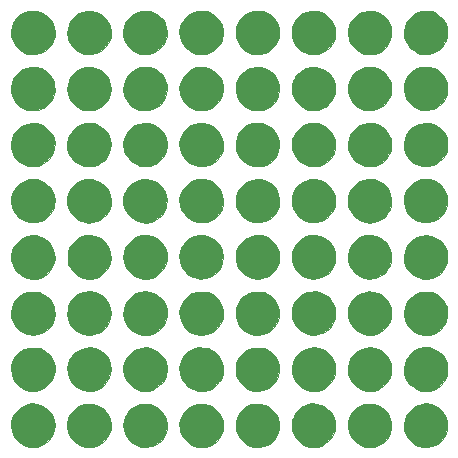
<source format=gbs>
%TF.GenerationSoftware,KiCad,Pcbnew,5.1.0-5.1.0*%
%TF.CreationDate,2019-03-30T09:27:41+01:00*%
%TF.ProjectId,WordClock,576f7264-436c-46f6-936b-2e6b69636164,rev?*%
%TF.SameCoordinates,PX660b0c0PY5f5e100*%
%TF.FileFunction,Soldermask,Bot*%
%TF.FilePolarity,Negative*%
%FSLAX46Y46*%
G04 Gerber Fmt 4.6, Leading zero omitted, Abs format (unit mm)*
G04 Created by KiCad (PCBNEW 5.1.0-5.1.0) date 2019-03-30 09:27:41*
%MOMM*%
%LPD*%
G04 APERTURE LIST*
%ADD10C,0.010000*%
G04 APERTURE END LIST*
D10*
G36*
X2644440Y4194655D02*
G01*
X3016246Y4091736D01*
X3350336Y3922253D01*
X3639840Y3695534D01*
X3877885Y3420913D01*
X4057603Y3107720D01*
X4172120Y2765285D01*
X4214567Y2402940D01*
X4190388Y2095214D01*
X4085238Y1709042D01*
X3912744Y1367360D01*
X3680922Y1076066D01*
X3397791Y841061D01*
X3071366Y668244D01*
X2709665Y563515D01*
X2320705Y532774D01*
X2091223Y550439D01*
X1732762Y638654D01*
X1407328Y797724D01*
X1122168Y1017859D01*
X884527Y1289267D01*
X701653Y1602157D01*
X580791Y1946739D01*
X529188Y2313222D01*
X545750Y2638612D01*
X637002Y3000236D01*
X797685Y3328868D01*
X1017787Y3617085D01*
X1287294Y3857461D01*
X1596192Y4042572D01*
X1934469Y4164995D01*
X2292110Y4217304D01*
X2644440Y4194655D01*
X2644440Y4194655D01*
G37*
X2644440Y4194655D02*
X3016246Y4091736D01*
X3350336Y3922253D01*
X3639840Y3695534D01*
X3877885Y3420913D01*
X4057603Y3107720D01*
X4172120Y2765285D01*
X4214567Y2402940D01*
X4190388Y2095214D01*
X4085238Y1709042D01*
X3912744Y1367360D01*
X3680922Y1076066D01*
X3397791Y841061D01*
X3071366Y668244D01*
X2709665Y563515D01*
X2320705Y532774D01*
X2091223Y550439D01*
X1732762Y638654D01*
X1407328Y797724D01*
X1122168Y1017859D01*
X884527Y1289267D01*
X701653Y1602157D01*
X580791Y1946739D01*
X529188Y2313222D01*
X545750Y2638612D01*
X637002Y3000236D01*
X797685Y3328868D01*
X1017787Y3617085D01*
X1287294Y3857461D01*
X1596192Y4042572D01*
X1934469Y4164995D01*
X2292110Y4217304D01*
X2644440Y4194655D01*
G36*
X7388248Y4191374D02*
G01*
X7736685Y4104259D01*
X8060927Y3953765D01*
X8350754Y3744508D01*
X8595943Y3481105D01*
X8786271Y3168172D01*
X8901299Y2851522D01*
X8962366Y2458829D01*
X8940797Y2076482D01*
X8838537Y1711047D01*
X8657535Y1369094D01*
X8399734Y1057188D01*
X8357370Y1016053D01*
X8051554Y781939D01*
X7711020Y624959D01*
X7336395Y545306D01*
X6928302Y543175D01*
X6862673Y549731D01*
X6505632Y631327D01*
X6174412Y787007D01*
X5879909Y1007512D01*
X5633019Y1283584D01*
X5444638Y1605966D01*
X5362113Y1824680D01*
X5290516Y2192343D01*
X5291362Y2567920D01*
X5363302Y2929639D01*
X5443532Y3138501D01*
X5602622Y3406037D01*
X5815197Y3659663D01*
X6058559Y3875847D01*
X6300000Y4026281D01*
X6659684Y4157001D01*
X7025841Y4210494D01*
X7388248Y4191374D01*
X7388248Y4191374D01*
G37*
X7388248Y4191374D02*
X7736685Y4104259D01*
X8060927Y3953765D01*
X8350754Y3744508D01*
X8595943Y3481105D01*
X8786271Y3168172D01*
X8901299Y2851522D01*
X8962366Y2458829D01*
X8940797Y2076482D01*
X8838537Y1711047D01*
X8657535Y1369094D01*
X8399734Y1057188D01*
X8357370Y1016053D01*
X8051554Y781939D01*
X7711020Y624959D01*
X7336395Y545306D01*
X6928302Y543175D01*
X6862673Y549731D01*
X6505632Y631327D01*
X6174412Y787007D01*
X5879909Y1007512D01*
X5633019Y1283584D01*
X5444638Y1605966D01*
X5362113Y1824680D01*
X5290516Y2192343D01*
X5291362Y2567920D01*
X5363302Y2929639D01*
X5443532Y3138501D01*
X5602622Y3406037D01*
X5815197Y3659663D01*
X6058559Y3875847D01*
X6300000Y4026281D01*
X6659684Y4157001D01*
X7025841Y4210494D01*
X7388248Y4191374D01*
G36*
X12319555Y4157181D02*
G01*
X12665217Y4029464D01*
X12981042Y3836467D01*
X13255065Y3584578D01*
X13475319Y3280186D01*
X13545701Y3145128D01*
X13660761Y2805292D01*
X13707590Y2436949D01*
X13684691Y2063695D01*
X13629596Y1822624D01*
X13479842Y1466922D01*
X13266263Y1160480D01*
X12997457Y908701D01*
X12682021Y716990D01*
X12328553Y590749D01*
X11945651Y535384D01*
X11602023Y548258D01*
X11290202Y622360D01*
X10979038Y763071D01*
X10695966Y956682D01*
X10586991Y1055486D01*
X10338068Y1356560D01*
X10163793Y1682057D01*
X10061184Y2022617D01*
X10027255Y2368878D01*
X10059023Y2711477D01*
X10153503Y3041053D01*
X10307710Y3348244D01*
X10518660Y3623689D01*
X10783370Y3858026D01*
X11098854Y4041892D01*
X11462128Y4165927D01*
X11586590Y4191214D01*
X11956024Y4213228D01*
X12319555Y4157181D01*
X12319555Y4157181D01*
G37*
X12319555Y4157181D02*
X12665217Y4029464D01*
X12981042Y3836467D01*
X13255065Y3584578D01*
X13475319Y3280186D01*
X13545701Y3145128D01*
X13660761Y2805292D01*
X13707590Y2436949D01*
X13684691Y2063695D01*
X13629596Y1822624D01*
X13479842Y1466922D01*
X13266263Y1160480D01*
X12997457Y908701D01*
X12682021Y716990D01*
X12328553Y590749D01*
X11945651Y535384D01*
X11602023Y548258D01*
X11290202Y622360D01*
X10979038Y763071D01*
X10695966Y956682D01*
X10586991Y1055486D01*
X10338068Y1356560D01*
X10163793Y1682057D01*
X10061184Y2022617D01*
X10027255Y2368878D01*
X10059023Y2711477D01*
X10153503Y3041053D01*
X10307710Y3348244D01*
X10518660Y3623689D01*
X10783370Y3858026D01*
X11098854Y4041892D01*
X11462128Y4165927D01*
X11586590Y4191214D01*
X11956024Y4213228D01*
X12319555Y4157181D01*
G36*
X16880564Y4195264D02*
G01*
X17262454Y4096680D01*
X17603884Y3930042D01*
X17897775Y3703386D01*
X18137049Y3424753D01*
X18314628Y3102181D01*
X18423435Y2743707D01*
X18456672Y2405333D01*
X18425512Y2008412D01*
X18324058Y1654785D01*
X18148836Y1335751D01*
X17923261Y1069072D01*
X17617137Y820311D01*
X17274333Y646356D01*
X16902200Y549695D01*
X16508090Y532815D01*
X16375334Y545068D01*
X16007522Y632022D01*
X15671468Y791760D01*
X15375975Y1015572D01*
X15129845Y1294744D01*
X14941883Y1620568D01*
X14820892Y1984330D01*
X14797974Y2105921D01*
X14780258Y2478289D01*
X14838597Y2834999D01*
X14964923Y3167958D01*
X15151170Y3469075D01*
X15389272Y3730256D01*
X15671163Y3943409D01*
X15988776Y4100441D01*
X16334045Y4193261D01*
X16698904Y4213776D01*
X16880564Y4195264D01*
X16880564Y4195264D01*
G37*
X16880564Y4195264D02*
X17262454Y4096680D01*
X17603884Y3930042D01*
X17897775Y3703386D01*
X18137049Y3424753D01*
X18314628Y3102181D01*
X18423435Y2743707D01*
X18456672Y2405333D01*
X18425512Y2008412D01*
X18324058Y1654785D01*
X18148836Y1335751D01*
X17923261Y1069072D01*
X17617137Y820311D01*
X17274333Y646356D01*
X16902200Y549695D01*
X16508090Y532815D01*
X16375334Y545068D01*
X16007522Y632022D01*
X15671468Y791760D01*
X15375975Y1015572D01*
X15129845Y1294744D01*
X14941883Y1620568D01*
X14820892Y1984330D01*
X14797974Y2105921D01*
X14780258Y2478289D01*
X14838597Y2834999D01*
X14964923Y3167958D01*
X15151170Y3469075D01*
X15389272Y3730256D01*
X15671163Y3943409D01*
X15988776Y4100441D01*
X16334045Y4193261D01*
X16698904Y4213776D01*
X16880564Y4195264D01*
G36*
X21597860Y4199754D02*
G01*
X21943762Y4120872D01*
X22266732Y3979389D01*
X22557489Y3780423D01*
X22806753Y3529095D01*
X23005243Y3230522D01*
X23143678Y2889824D01*
X23211957Y2522139D01*
X23203718Y2144494D01*
X23119328Y1784757D01*
X22966680Y1452319D01*
X22753672Y1156569D01*
X22488197Y906900D01*
X22178151Y712701D01*
X21831429Y583364D01*
X21540000Y533497D01*
X21386107Y530153D01*
X21201722Y539568D01*
X21098890Y550439D01*
X20741291Y638564D01*
X20416176Y797539D01*
X20130865Y1017373D01*
X19892675Y1288077D01*
X19708924Y1599660D01*
X19586932Y1942133D01*
X19534017Y2305503D01*
X19554110Y2659170D01*
X19645365Y2994522D01*
X19804316Y3317566D01*
X20017947Y3610015D01*
X20273242Y3853585D01*
X20515366Y4009595D01*
X20874381Y4149234D01*
X21238306Y4210914D01*
X21597860Y4199754D01*
X21597860Y4199754D01*
G37*
X21597860Y4199754D02*
X21943762Y4120872D01*
X22266732Y3979389D01*
X22557489Y3780423D01*
X22806753Y3529095D01*
X23005243Y3230522D01*
X23143678Y2889824D01*
X23211957Y2522139D01*
X23203718Y2144494D01*
X23119328Y1784757D01*
X22966680Y1452319D01*
X22753672Y1156569D01*
X22488197Y906900D01*
X22178151Y712701D01*
X21831429Y583364D01*
X21540000Y533497D01*
X21386107Y530153D01*
X21201722Y539568D01*
X21098890Y550439D01*
X20741291Y638564D01*
X20416176Y797539D01*
X20130865Y1017373D01*
X19892675Y1288077D01*
X19708924Y1599660D01*
X19586932Y1942133D01*
X19534017Y2305503D01*
X19554110Y2659170D01*
X19645365Y2994522D01*
X19804316Y3317566D01*
X20017947Y3610015D01*
X20273242Y3853585D01*
X20515366Y4009595D01*
X20874381Y4149234D01*
X21238306Y4210914D01*
X21597860Y4199754D01*
G36*
X26379434Y4197232D02*
G01*
X26712913Y4114500D01*
X27023317Y3973217D01*
X27302874Y3779692D01*
X27543812Y3540234D01*
X27738362Y3261151D01*
X27878750Y2948752D01*
X27957206Y2609344D01*
X27965958Y2249237D01*
X27911369Y1926103D01*
X27819359Y1645313D01*
X27693641Y1405239D01*
X27516021Y1173857D01*
X27432161Y1082628D01*
X27137760Y831795D01*
X26806216Y656725D01*
X26439495Y558090D01*
X26039561Y536560D01*
X25870340Y549731D01*
X25511378Y631587D01*
X25178939Y787865D01*
X24883469Y1009864D01*
X24635412Y1288879D01*
X24445215Y1616208D01*
X24374940Y1795687D01*
X24327188Y1959119D01*
X24301543Y2110928D01*
X24294186Y2284980D01*
X24299130Y2468218D01*
X24311593Y2670790D01*
X24333597Y2822587D01*
X24373455Y2957496D01*
X24439481Y3109399D01*
X24473716Y3179748D01*
X24675815Y3501181D01*
X24936424Y3776613D01*
X25239901Y3990278D01*
X25318260Y4031045D01*
X25674336Y4161813D01*
X26030651Y4215106D01*
X26379434Y4197232D01*
X26379434Y4197232D01*
G37*
X26379434Y4197232D02*
X26712913Y4114500D01*
X27023317Y3973217D01*
X27302874Y3779692D01*
X27543812Y3540234D01*
X27738362Y3261151D01*
X27878750Y2948752D01*
X27957206Y2609344D01*
X27965958Y2249237D01*
X27911369Y1926103D01*
X27819359Y1645313D01*
X27693641Y1405239D01*
X27516021Y1173857D01*
X27432161Y1082628D01*
X27137760Y831795D01*
X26806216Y656725D01*
X26439495Y558090D01*
X26039561Y536560D01*
X25870340Y549731D01*
X25511378Y631587D01*
X25178939Y787865D01*
X24883469Y1009864D01*
X24635412Y1288879D01*
X24445215Y1616208D01*
X24374940Y1795687D01*
X24327188Y1959119D01*
X24301543Y2110928D01*
X24294186Y2284980D01*
X24299130Y2468218D01*
X24311593Y2670790D01*
X24333597Y2822587D01*
X24373455Y2957496D01*
X24439481Y3109399D01*
X24473716Y3179748D01*
X24675815Y3501181D01*
X24936424Y3776613D01*
X25239901Y3990278D01*
X25318260Y4031045D01*
X25674336Y4161813D01*
X26030651Y4215106D01*
X26379434Y4197232D01*
G36*
X31140015Y4196082D02*
G01*
X31487917Y4110280D01*
X31812253Y3959289D01*
X32102700Y3747508D01*
X32348934Y3479337D01*
X32540631Y3159176D01*
X32632347Y2921253D01*
X32707745Y2542213D01*
X32704503Y2164398D01*
X32626663Y1799447D01*
X32478266Y1458996D01*
X32263353Y1154683D01*
X31985967Y898144D01*
X31911504Y845615D01*
X31573875Y663036D01*
X31220686Y559127D01*
X30840661Y531308D01*
X30611013Y548113D01*
X30262206Y630829D01*
X29938545Y786304D01*
X29649877Y1004023D01*
X29406052Y1273470D01*
X29216919Y1584133D01*
X29092326Y1925495D01*
X29045312Y2219697D01*
X29056531Y2625652D01*
X29144997Y3001958D01*
X29307138Y3342271D01*
X29539380Y3640245D01*
X29838150Y3889536D01*
X30058159Y4018349D01*
X30414813Y4154516D01*
X30778873Y4212294D01*
X31140015Y4196082D01*
X31140015Y4196082D01*
G37*
X31140015Y4196082D02*
X31487917Y4110280D01*
X31812253Y3959289D01*
X32102700Y3747508D01*
X32348934Y3479337D01*
X32540631Y3159176D01*
X32632347Y2921253D01*
X32707745Y2542213D01*
X32704503Y2164398D01*
X32626663Y1799447D01*
X32478266Y1458996D01*
X32263353Y1154683D01*
X31985967Y898144D01*
X31911504Y845615D01*
X31573875Y663036D01*
X31220686Y559127D01*
X30840661Y531308D01*
X30611013Y548113D01*
X30262206Y630829D01*
X29938545Y786304D01*
X29649877Y1004023D01*
X29406052Y1273470D01*
X29216919Y1584133D01*
X29092326Y1925495D01*
X29045312Y2219697D01*
X29056531Y2625652D01*
X29144997Y3001958D01*
X29307138Y3342271D01*
X29539380Y3640245D01*
X29838150Y3889536D01*
X30058159Y4018349D01*
X30414813Y4154516D01*
X30778873Y4212294D01*
X31140015Y4196082D01*
G36*
X36051289Y4165327D02*
G01*
X36399675Y4043082D01*
X36717284Y3855575D01*
X36944592Y3655221D01*
X37184059Y3348188D01*
X37348089Y3021794D01*
X37440882Y2684403D01*
X37466638Y2344381D01*
X37429558Y2010093D01*
X37333843Y1689906D01*
X37183692Y1392184D01*
X36983305Y1125294D01*
X36736884Y897600D01*
X36448628Y717469D01*
X36122737Y593265D01*
X35763413Y533355D01*
X35383000Y545068D01*
X35011641Y632313D01*
X34674144Y792106D01*
X34378702Y1016316D01*
X34133506Y1296810D01*
X33946750Y1625456D01*
X33826626Y1994121D01*
X33804736Y2111769D01*
X33787256Y2486798D01*
X33847521Y2848227D01*
X33978720Y3186768D01*
X34174039Y3493137D01*
X34426667Y3758045D01*
X34729793Y3972207D01*
X35076604Y4126336D01*
X35330220Y4191432D01*
X35689135Y4216660D01*
X36051289Y4165327D01*
X36051289Y4165327D01*
G37*
X36051289Y4165327D02*
X36399675Y4043082D01*
X36717284Y3855575D01*
X36944592Y3655221D01*
X37184059Y3348188D01*
X37348089Y3021794D01*
X37440882Y2684403D01*
X37466638Y2344381D01*
X37429558Y2010093D01*
X37333843Y1689906D01*
X37183692Y1392184D01*
X36983305Y1125294D01*
X36736884Y897600D01*
X36448628Y717469D01*
X36122737Y593265D01*
X35763413Y533355D01*
X35383000Y545068D01*
X35011641Y632313D01*
X34674144Y792106D01*
X34378702Y1016316D01*
X34133506Y1296810D01*
X33946750Y1625456D01*
X33826626Y1994121D01*
X33804736Y2111769D01*
X33787256Y2486798D01*
X33847521Y2848227D01*
X33978720Y3186768D01*
X34174039Y3493137D01*
X34426667Y3758045D01*
X34729793Y3972207D01*
X35076604Y4126336D01*
X35330220Y4191432D01*
X35689135Y4216660D01*
X36051289Y4165327D01*
G36*
X2363000Y8943588D02*
G01*
X2677426Y8928785D01*
X2935963Y8882385D01*
X3164120Y8796086D01*
X3387406Y8661587D01*
X3509129Y8570575D01*
X3778875Y8306705D01*
X3988338Y7994053D01*
X4132208Y7646907D01*
X4205180Y7279553D01*
X4201945Y6906280D01*
X4179591Y6765666D01*
X4075722Y6437438D01*
X3906784Y6122499D01*
X3686811Y5839825D01*
X3429836Y5608390D01*
X3233045Y5485799D01*
X2885330Y5353292D01*
X2509983Y5290633D01*
X2129509Y5299442D01*
X1769195Y5380387D01*
X1417984Y5542521D01*
X1116666Y5767347D01*
X871110Y6045237D01*
X687184Y6366562D01*
X570758Y6721694D01*
X527700Y7101004D01*
X545924Y7387306D01*
X638741Y7758039D01*
X806519Y8096766D01*
X1042881Y8394992D01*
X1341451Y8644220D01*
X1601000Y8793217D01*
X1749007Y8862099D01*
X1865633Y8906254D01*
X1977981Y8931030D01*
X2113153Y8941776D01*
X2298249Y8943839D01*
X2363000Y8943588D01*
X2363000Y8943588D01*
G37*
X2363000Y8943588D02*
X2677426Y8928785D01*
X2935963Y8882385D01*
X3164120Y8796086D01*
X3387406Y8661587D01*
X3509129Y8570575D01*
X3778875Y8306705D01*
X3988338Y7994053D01*
X4132208Y7646907D01*
X4205180Y7279553D01*
X4201945Y6906280D01*
X4179591Y6765666D01*
X4075722Y6437438D01*
X3906784Y6122499D01*
X3686811Y5839825D01*
X3429836Y5608390D01*
X3233045Y5485799D01*
X2885330Y5353292D01*
X2509983Y5290633D01*
X2129509Y5299442D01*
X1769195Y5380387D01*
X1417984Y5542521D01*
X1116666Y5767347D01*
X871110Y6045237D01*
X687184Y6366562D01*
X570758Y6721694D01*
X527700Y7101004D01*
X545924Y7387306D01*
X638741Y7758039D01*
X806519Y8096766D01*
X1042881Y8394992D01*
X1341451Y8644220D01*
X1601000Y8793217D01*
X1749007Y8862099D01*
X1865633Y8906254D01*
X1977981Y8931030D01*
X2113153Y8941776D01*
X2298249Y8943839D01*
X2363000Y8943588D01*
G36*
X7521718Y8921252D02*
G01*
X7856075Y8815012D01*
X8169320Y8641689D01*
X8451305Y8400202D01*
X8607270Y8214037D01*
X8795207Y7889549D01*
X8912296Y7532171D01*
X8957361Y7157120D01*
X8929222Y6779617D01*
X8826704Y6414881D01*
X8758217Y6263319D01*
X8590415Y6009216D01*
X8361111Y5768874D01*
X8093099Y5563986D01*
X7920106Y5465567D01*
X7759622Y5389770D01*
X7630678Y5342063D01*
X7501896Y5315137D01*
X7341900Y5301680D01*
X7193749Y5296338D01*
X6939985Y5297575D01*
X6734845Y5315445D01*
X6617500Y5341104D01*
X6253761Y5500187D01*
X5931694Y5718432D01*
X5665973Y5984832D01*
X5555457Y6137918D01*
X5398341Y6459701D01*
X5307618Y6815446D01*
X5284586Y7185195D01*
X5330544Y7548991D01*
X5442255Y7877277D01*
X5640335Y8210395D01*
X5888320Y8483986D01*
X6176063Y8696970D01*
X6493420Y8848268D01*
X6830245Y8936801D01*
X7176393Y8961489D01*
X7521718Y8921252D01*
X7521718Y8921252D01*
G37*
X7521718Y8921252D02*
X7856075Y8815012D01*
X8169320Y8641689D01*
X8451305Y8400202D01*
X8607270Y8214037D01*
X8795207Y7889549D01*
X8912296Y7532171D01*
X8957361Y7157120D01*
X8929222Y6779617D01*
X8826704Y6414881D01*
X8758217Y6263319D01*
X8590415Y6009216D01*
X8361111Y5768874D01*
X8093099Y5563986D01*
X7920106Y5465567D01*
X7759622Y5389770D01*
X7630678Y5342063D01*
X7501896Y5315137D01*
X7341900Y5301680D01*
X7193749Y5296338D01*
X6939985Y5297575D01*
X6734845Y5315445D01*
X6617500Y5341104D01*
X6253761Y5500187D01*
X5931694Y5718432D01*
X5665973Y5984832D01*
X5555457Y6137918D01*
X5398341Y6459701D01*
X5307618Y6815446D01*
X5284586Y7185195D01*
X5330544Y7548991D01*
X5442255Y7877277D01*
X5640335Y8210395D01*
X5888320Y8483986D01*
X6176063Y8696970D01*
X6493420Y8848268D01*
X6830245Y8936801D01*
X7176393Y8961489D01*
X7521718Y8921252D01*
G36*
X12322047Y8904768D02*
G01*
X12651992Y8786076D01*
X12957775Y8604057D01*
X13229369Y8359816D01*
X13456747Y8054460D01*
X13551639Y7877277D01*
X13612075Y7743861D01*
X13651282Y7633165D01*
X13673817Y7519907D01*
X13684236Y7378810D01*
X13687098Y7184593D01*
X13687167Y7125500D01*
X13685470Y6914262D01*
X13677342Y6762390D01*
X13658225Y6644605D01*
X13623562Y6535627D01*
X13568795Y6410176D01*
X13551639Y6373722D01*
X13343142Y6030109D01*
X13071017Y5738947D01*
X12743914Y5509044D01*
X12657909Y5463822D01*
X12498116Y5388557D01*
X12368568Y5341121D01*
X12237806Y5314160D01*
X12074374Y5300321D01*
X11935082Y5294859D01*
X11698931Y5293178D01*
X11519862Y5307190D01*
X11371295Y5339596D01*
X11315947Y5357779D01*
X10947650Y5529498D01*
X10633951Y5758287D01*
X10380208Y6036307D01*
X10191777Y6355723D01*
X10074013Y6708695D01*
X10032275Y7087388D01*
X10036942Y7229226D01*
X10102035Y7624819D01*
X10239291Y7977888D01*
X10396460Y8225155D01*
X10660820Y8509638D01*
X10961178Y8724161D01*
X11287506Y8869831D01*
X11629778Y8947751D01*
X11977967Y8959029D01*
X12322047Y8904768D01*
X12322047Y8904768D01*
G37*
X12322047Y8904768D02*
X12651992Y8786076D01*
X12957775Y8604057D01*
X13229369Y8359816D01*
X13456747Y8054460D01*
X13551639Y7877277D01*
X13612075Y7743861D01*
X13651282Y7633165D01*
X13673817Y7519907D01*
X13684236Y7378810D01*
X13687098Y7184593D01*
X13687167Y7125500D01*
X13685470Y6914262D01*
X13677342Y6762390D01*
X13658225Y6644605D01*
X13623562Y6535627D01*
X13568795Y6410176D01*
X13551639Y6373722D01*
X13343142Y6030109D01*
X13071017Y5738947D01*
X12743914Y5509044D01*
X12657909Y5463822D01*
X12498116Y5388557D01*
X12368568Y5341121D01*
X12237806Y5314160D01*
X12074374Y5300321D01*
X11935082Y5294859D01*
X11698931Y5293178D01*
X11519862Y5307190D01*
X11371295Y5339596D01*
X11315947Y5357779D01*
X10947650Y5529498D01*
X10633951Y5758287D01*
X10380208Y6036307D01*
X10191777Y6355723D01*
X10074013Y6708695D01*
X10032275Y7087388D01*
X10036942Y7229226D01*
X10102035Y7624819D01*
X10239291Y7977888D01*
X10396460Y8225155D01*
X10660820Y8509638D01*
X10961178Y8724161D01*
X11287506Y8869831D01*
X11629778Y8947751D01*
X11977967Y8959029D01*
X12322047Y8904768D01*
G36*
X16820037Y8953215D02*
G01*
X17187047Y8873960D01*
X17403877Y8787382D01*
X17746107Y8581293D01*
X18026450Y8320650D01*
X18240513Y8012312D01*
X18383904Y7663136D01*
X18452231Y7279984D01*
X18457588Y7141811D01*
X18429911Y6775446D01*
X18338590Y6447692D01*
X18176385Y6134017D01*
X18146718Y6088496D01*
X17900322Y5793149D01*
X17602002Y5560471D01*
X17262279Y5395957D01*
X16891673Y5305099D01*
X16614291Y5288333D01*
X16440169Y5295144D01*
X16280597Y5308712D01*
X16175581Y5325048D01*
X15925698Y5413720D01*
X15662880Y5556862D01*
X15417851Y5736405D01*
X15314162Y5831622D01*
X15069574Y6132997D01*
X14898054Y6469126D01*
X14801271Y6829263D01*
X14780893Y7202661D01*
X14838586Y7578574D01*
X14976020Y7946255D01*
X14983624Y7961480D01*
X15190430Y8282425D01*
X15451804Y8546179D01*
X15756597Y8748939D01*
X16093665Y8886900D01*
X16451861Y8956260D01*
X16820037Y8953215D01*
X16820037Y8953215D01*
G37*
X16820037Y8953215D02*
X17187047Y8873960D01*
X17403877Y8787382D01*
X17746107Y8581293D01*
X18026450Y8320650D01*
X18240513Y8012312D01*
X18383904Y7663136D01*
X18452231Y7279984D01*
X18457588Y7141811D01*
X18429911Y6775446D01*
X18338590Y6447692D01*
X18176385Y6134017D01*
X18146718Y6088496D01*
X17900322Y5793149D01*
X17602002Y5560471D01*
X17262279Y5395957D01*
X16891673Y5305099D01*
X16614291Y5288333D01*
X16440169Y5295144D01*
X16280597Y5308712D01*
X16175581Y5325048D01*
X15925698Y5413720D01*
X15662880Y5556862D01*
X15417851Y5736405D01*
X15314162Y5831622D01*
X15069574Y6132997D01*
X14898054Y6469126D01*
X14801271Y6829263D01*
X14780893Y7202661D01*
X14838586Y7578574D01*
X14976020Y7946255D01*
X14983624Y7961480D01*
X15190430Y8282425D01*
X15451804Y8546179D01*
X15756597Y8748939D01*
X16093665Y8886900D01*
X16451861Y8956260D01*
X16820037Y8953215D01*
G36*
X21370667Y8943588D02*
G01*
X21685093Y8928785D01*
X21943629Y8882385D01*
X22171786Y8796086D01*
X22395073Y8661587D01*
X22516795Y8570575D01*
X22788764Y8306057D01*
X23003145Y7984113D01*
X23112795Y7743790D01*
X23182254Y7481042D01*
X23209896Y7178310D01*
X23195777Y6869196D01*
X23139954Y6587301D01*
X23110673Y6501540D01*
X22932494Y6147498D01*
X22697096Y5842808D01*
X22413984Y5597376D01*
X22092662Y5421109D01*
X22062549Y5409113D01*
X21757907Y5325995D01*
X21421861Y5292126D01*
X21086790Y5308255D01*
X20785072Y5375128D01*
X20772851Y5379324D01*
X20422380Y5541481D01*
X20129458Y5756616D01*
X19894551Y6015178D01*
X19718126Y6307614D01*
X19600647Y6624375D01*
X19542582Y6955908D01*
X19544395Y7292662D01*
X19606553Y7625086D01*
X19729522Y7943629D01*
X19913766Y8238738D01*
X20159753Y8500864D01*
X20467949Y8720453D01*
X20606342Y8793092D01*
X20755493Y8862056D01*
X20872941Y8906254D01*
X20985903Y8931044D01*
X21121593Y8941785D01*
X21307227Y8943835D01*
X21370667Y8943588D01*
X21370667Y8943588D01*
G37*
X21370667Y8943588D02*
X21685093Y8928785D01*
X21943629Y8882385D01*
X22171786Y8796086D01*
X22395073Y8661587D01*
X22516795Y8570575D01*
X22788764Y8306057D01*
X23003145Y7984113D01*
X23112795Y7743790D01*
X23182254Y7481042D01*
X23209896Y7178310D01*
X23195777Y6869196D01*
X23139954Y6587301D01*
X23110673Y6501540D01*
X22932494Y6147498D01*
X22697096Y5842808D01*
X22413984Y5597376D01*
X22092662Y5421109D01*
X22062549Y5409113D01*
X21757907Y5325995D01*
X21421861Y5292126D01*
X21086790Y5308255D01*
X20785072Y5375128D01*
X20772851Y5379324D01*
X20422380Y5541481D01*
X20129458Y5756616D01*
X19894551Y6015178D01*
X19718126Y6307614D01*
X19600647Y6624375D01*
X19542582Y6955908D01*
X19544395Y7292662D01*
X19606553Y7625086D01*
X19729522Y7943629D01*
X19913766Y8238738D01*
X20159753Y8500864D01*
X20467949Y8720453D01*
X20606342Y8793092D01*
X20755493Y8862056D01*
X20872941Y8906254D01*
X20985903Y8931044D01*
X21121593Y8941785D01*
X21307227Y8943835D01*
X21370667Y8943588D01*
G36*
X26529516Y8921097D02*
G01*
X26863891Y8814835D01*
X27177132Y8641518D01*
X27459083Y8400069D01*
X27614936Y8214037D01*
X27802873Y7889549D01*
X27919963Y7532171D01*
X27965027Y7157120D01*
X27936889Y6779617D01*
X27834371Y6414881D01*
X27765884Y6263319D01*
X27598082Y6009216D01*
X27368778Y5768874D01*
X27100766Y5563986D01*
X26927773Y5465567D01*
X26766618Y5389550D01*
X26636610Y5341642D01*
X26506195Y5314428D01*
X26343817Y5300494D01*
X26201416Y5294896D01*
X25977327Y5292596D01*
X25807031Y5304409D01*
X25660329Y5333776D01*
X25547546Y5369419D01*
X25195002Y5534936D01*
X24883341Y5763199D01*
X24627497Y6042139D01*
X24526463Y6194636D01*
X24383250Y6518288D01*
X24305818Y6875205D01*
X24295126Y7244186D01*
X24352131Y7604029D01*
X24450345Y7878010D01*
X24648259Y8210929D01*
X24896138Y8484344D01*
X25183825Y8697175D01*
X25501163Y8848344D01*
X25837996Y8936773D01*
X26184166Y8961384D01*
X26529516Y8921097D01*
X26529516Y8921097D01*
G37*
X26529516Y8921097D02*
X26863891Y8814835D01*
X27177132Y8641518D01*
X27459083Y8400069D01*
X27614936Y8214037D01*
X27802873Y7889549D01*
X27919963Y7532171D01*
X27965027Y7157120D01*
X27936889Y6779617D01*
X27834371Y6414881D01*
X27765884Y6263319D01*
X27598082Y6009216D01*
X27368778Y5768874D01*
X27100766Y5563986D01*
X26927773Y5465567D01*
X26766618Y5389550D01*
X26636610Y5341642D01*
X26506195Y5314428D01*
X26343817Y5300494D01*
X26201416Y5294896D01*
X25977327Y5292596D01*
X25807031Y5304409D01*
X25660329Y5333776D01*
X25547546Y5369419D01*
X25195002Y5534936D01*
X24883341Y5763199D01*
X24627497Y6042139D01*
X24526463Y6194636D01*
X24383250Y6518288D01*
X24305818Y6875205D01*
X24295126Y7244186D01*
X24352131Y7604029D01*
X24450345Y7878010D01*
X24648259Y8210929D01*
X24896138Y8484344D01*
X25183825Y8697175D01*
X25501163Y8848344D01*
X25837996Y8936773D01*
X26184166Y8961384D01*
X26529516Y8921097D01*
G36*
X31235013Y8933315D02*
G01*
X31568356Y8833799D01*
X31886167Y8664194D01*
X32179309Y8421152D01*
X32210514Y8388884D01*
X32344112Y8225820D01*
X32475164Y8030623D01*
X32559305Y7877277D01*
X32619742Y7743861D01*
X32658949Y7633165D01*
X32681483Y7519907D01*
X32691903Y7378810D01*
X32694765Y7184593D01*
X32694834Y7125500D01*
X32693137Y6914262D01*
X32685009Y6762390D01*
X32665892Y6644605D01*
X32631228Y6535627D01*
X32576462Y6410176D01*
X32559305Y6373722D01*
X32350809Y6030109D01*
X32078684Y5738947D01*
X31751581Y5509044D01*
X31665575Y5463822D01*
X31505782Y5388557D01*
X31376234Y5341121D01*
X31245473Y5314160D01*
X31082040Y5300321D01*
X30942749Y5294859D01*
X30706598Y5293178D01*
X30527529Y5307190D01*
X30378962Y5339596D01*
X30323614Y5357779D01*
X29954104Y5530069D01*
X29639850Y5759586D01*
X29386060Y6038724D01*
X29197941Y6359874D01*
X29080703Y6715428D01*
X29039553Y7097779D01*
X29043507Y7227736D01*
X29105495Y7608267D01*
X29234179Y7948859D01*
X29420424Y8246162D01*
X29655093Y8496826D01*
X29929049Y8697501D01*
X30233156Y8844837D01*
X30558276Y8935485D01*
X30895274Y8966094D01*
X31235013Y8933315D01*
X31235013Y8933315D01*
G37*
X31235013Y8933315D02*
X31568356Y8833799D01*
X31886167Y8664194D01*
X32179309Y8421152D01*
X32210514Y8388884D01*
X32344112Y8225820D01*
X32475164Y8030623D01*
X32559305Y7877277D01*
X32619742Y7743861D01*
X32658949Y7633165D01*
X32681483Y7519907D01*
X32691903Y7378810D01*
X32694765Y7184593D01*
X32694834Y7125500D01*
X32693137Y6914262D01*
X32685009Y6762390D01*
X32665892Y6644605D01*
X32631228Y6535627D01*
X32576462Y6410176D01*
X32559305Y6373722D01*
X32350809Y6030109D01*
X32078684Y5738947D01*
X31751581Y5509044D01*
X31665575Y5463822D01*
X31505782Y5388557D01*
X31376234Y5341121D01*
X31245473Y5314160D01*
X31082040Y5300321D01*
X30942749Y5294859D01*
X30706598Y5293178D01*
X30527529Y5307190D01*
X30378962Y5339596D01*
X30323614Y5357779D01*
X29954104Y5530069D01*
X29639850Y5759586D01*
X29386060Y6038724D01*
X29197941Y6359874D01*
X29080703Y6715428D01*
X29039553Y7097779D01*
X29043507Y7227736D01*
X29105495Y7608267D01*
X29234179Y7948859D01*
X29420424Y8246162D01*
X29655093Y8496826D01*
X29929049Y8697501D01*
X30233156Y8844837D01*
X30558276Y8935485D01*
X30895274Y8966094D01*
X31235013Y8933315D01*
G36*
X35813036Y8957339D02*
G01*
X36177754Y8879312D01*
X36422170Y8779635D01*
X36769189Y8565744D01*
X37048755Y8302252D01*
X37258380Y7993136D01*
X37395572Y7642377D01*
X37457841Y7253953D01*
X37461527Y7119022D01*
X37421253Y6729744D01*
X37308462Y6371445D01*
X37130719Y6051648D01*
X36895592Y5777878D01*
X36610646Y5557658D01*
X36283449Y5398513D01*
X35921566Y5307966D01*
X35621958Y5289765D01*
X35454185Y5295415D01*
X35307036Y5304643D01*
X35213810Y5315244D01*
X34993612Y5383999D01*
X34751542Y5504936D01*
X34515730Y5661916D01*
X34331073Y5821702D01*
X34083836Y6125875D01*
X33909498Y6463659D01*
X33809848Y6824125D01*
X33786673Y7196345D01*
X33841762Y7569392D01*
X33976903Y7932336D01*
X33983547Y7945596D01*
X34192734Y8272269D01*
X34454349Y8540557D01*
X34757788Y8746834D01*
X35092451Y8887474D01*
X35447735Y8958851D01*
X35813036Y8957339D01*
X35813036Y8957339D01*
G37*
X35813036Y8957339D02*
X36177754Y8879312D01*
X36422170Y8779635D01*
X36769189Y8565744D01*
X37048755Y8302252D01*
X37258380Y7993136D01*
X37395572Y7642377D01*
X37457841Y7253953D01*
X37461527Y7119022D01*
X37421253Y6729744D01*
X37308462Y6371445D01*
X37130719Y6051648D01*
X36895592Y5777878D01*
X36610646Y5557658D01*
X36283449Y5398513D01*
X35921566Y5307966D01*
X35621958Y5289765D01*
X35454185Y5295415D01*
X35307036Y5304643D01*
X35213810Y5315244D01*
X34993612Y5383999D01*
X34751542Y5504936D01*
X34515730Y5661916D01*
X34331073Y5821702D01*
X34083836Y6125875D01*
X33909498Y6463659D01*
X33809848Y6824125D01*
X33786673Y7196345D01*
X33841762Y7569392D01*
X33976903Y7932336D01*
X33983547Y7945596D01*
X34192734Y8272269D01*
X34454349Y8540557D01*
X34757788Y8746834D01*
X35092451Y8887474D01*
X35447735Y8958851D01*
X35813036Y8957339D01*
G36*
X2577757Y13686104D02*
G01*
X2729952Y13679738D01*
X2846076Y13663301D01*
X2950428Y13632025D01*
X3067306Y13581143D01*
X3176220Y13528028D01*
X3514137Y13316486D01*
X3790156Y13048202D01*
X4001268Y12727263D01*
X4144468Y12357756D01*
X4190907Y12148868D01*
X4214300Y11780956D01*
X4161914Y11429128D01*
X4042066Y11100629D01*
X3863073Y10802702D01*
X3633254Y10542590D01*
X3360924Y10327538D01*
X3054402Y10164788D01*
X2722005Y10061584D01*
X2372050Y10025171D01*
X2012855Y10062790D01*
X1846436Y10107071D01*
X1486141Y10261268D01*
X1182136Y10469341D01*
X935150Y10721873D01*
X745909Y11009450D01*
X615140Y11322657D01*
X543572Y11652078D01*
X531931Y11988298D01*
X580944Y12321902D01*
X691340Y12643476D01*
X863845Y12943604D01*
X1099188Y13212870D01*
X1398094Y13441860D01*
X1580999Y13542926D01*
X1713013Y13605349D01*
X1820098Y13646557D01*
X1926142Y13670945D01*
X2055037Y13682906D01*
X2230672Y13686836D01*
X2365196Y13687166D01*
X2577757Y13686104D01*
X2577757Y13686104D01*
G37*
X2577757Y13686104D02*
X2729952Y13679738D01*
X2846076Y13663301D01*
X2950428Y13632025D01*
X3067306Y13581143D01*
X3176220Y13528028D01*
X3514137Y13316486D01*
X3790156Y13048202D01*
X4001268Y12727263D01*
X4144468Y12357756D01*
X4190907Y12148868D01*
X4214300Y11780956D01*
X4161914Y11429128D01*
X4042066Y11100629D01*
X3863073Y10802702D01*
X3633254Y10542590D01*
X3360924Y10327538D01*
X3054402Y10164788D01*
X2722005Y10061584D01*
X2372050Y10025171D01*
X2012855Y10062790D01*
X1846436Y10107071D01*
X1486141Y10261268D01*
X1182136Y10469341D01*
X935150Y10721873D01*
X745909Y11009450D01*
X615140Y11322657D01*
X543572Y11652078D01*
X531931Y11988298D01*
X580944Y12321902D01*
X691340Y12643476D01*
X863845Y12943604D01*
X1099188Y13212870D01*
X1398094Y13441860D01*
X1580999Y13542926D01*
X1713013Y13605349D01*
X1820098Y13646557D01*
X1926142Y13670945D01*
X2055037Y13682906D01*
X2230672Y13686836D01*
X2365196Y13687166D01*
X2577757Y13686104D01*
G36*
X7224483Y13700801D02*
G01*
X7604389Y13646250D01*
X7947330Y13518231D01*
X8262945Y13312594D01*
X8395415Y13196670D01*
X8640978Y12910784D01*
X8815074Y12593567D01*
X8919825Y12255558D01*
X8957353Y11907299D01*
X8929778Y11559329D01*
X8839224Y11222189D01*
X8687811Y10906417D01*
X8477661Y10622556D01*
X8210895Y10381144D01*
X7889636Y10192721D01*
X7781667Y10147614D01*
X7530877Y10079665D01*
X7240942Y10044254D01*
X6947733Y10043209D01*
X6687119Y10078357D01*
X6643096Y10089600D01*
X6276405Y10235297D01*
X5952534Y10451241D01*
X5679729Y10730391D01*
X5466239Y11065707D01*
X5442678Y11114323D01*
X5334268Y11433417D01*
X5286886Y11780762D01*
X5299660Y12133943D01*
X5371718Y12470548D01*
X5502185Y12768162D01*
X5507440Y12777000D01*
X5751186Y13110438D01*
X6037347Y13370836D01*
X6363997Y13557157D01*
X6729209Y13668366D01*
X7131056Y13703425D01*
X7224483Y13700801D01*
X7224483Y13700801D01*
G37*
X7224483Y13700801D02*
X7604389Y13646250D01*
X7947330Y13518231D01*
X8262945Y13312594D01*
X8395415Y13196670D01*
X8640978Y12910784D01*
X8815074Y12593567D01*
X8919825Y12255558D01*
X8957353Y11907299D01*
X8929778Y11559329D01*
X8839224Y11222189D01*
X8687811Y10906417D01*
X8477661Y10622556D01*
X8210895Y10381144D01*
X7889636Y10192721D01*
X7781667Y10147614D01*
X7530877Y10079665D01*
X7240942Y10044254D01*
X6947733Y10043209D01*
X6687119Y10078357D01*
X6643096Y10089600D01*
X6276405Y10235297D01*
X5952534Y10451241D01*
X5679729Y10730391D01*
X5466239Y11065707D01*
X5442678Y11114323D01*
X5334268Y11433417D01*
X5286886Y11780762D01*
X5299660Y12133943D01*
X5371718Y12470548D01*
X5502185Y12768162D01*
X5507440Y12777000D01*
X5751186Y13110438D01*
X6037347Y13370836D01*
X6363997Y13557157D01*
X6729209Y13668366D01*
X7131056Y13703425D01*
X7224483Y13700801D01*
G36*
X12189768Y13683708D02*
G01*
X12545547Y13591042D01*
X12807693Y13467679D01*
X13002420Y13327663D01*
X13202759Y13140915D01*
X13378738Y12937530D01*
X13471557Y12801076D01*
X13616204Y12474764D01*
X13694298Y12115908D01*
X13704869Y11745472D01*
X13646946Y11384423D01*
X13549655Y11114323D01*
X13348159Y10777323D01*
X13090808Y10496813D01*
X12787802Y10277596D01*
X12449342Y10124474D01*
X12085626Y10042251D01*
X11706854Y10035728D01*
X11381027Y10093197D01*
X11030549Y10229837D01*
X10716420Y10436288D01*
X10449406Y10701652D01*
X10240272Y11015033D01*
X10099782Y11365531D01*
X10090626Y11399477D01*
X10031552Y11787078D01*
X10052569Y12165642D01*
X10149100Y12525573D01*
X10316573Y12857273D01*
X10550412Y13151143D01*
X10846042Y13397586D01*
X11115813Y13550352D01*
X11454579Y13664356D01*
X11819338Y13708477D01*
X12189768Y13683708D01*
X12189768Y13683708D01*
G37*
X12189768Y13683708D02*
X12545547Y13591042D01*
X12807693Y13467679D01*
X13002420Y13327663D01*
X13202759Y13140915D01*
X13378738Y12937530D01*
X13471557Y12801076D01*
X13616204Y12474764D01*
X13694298Y12115908D01*
X13704869Y11745472D01*
X13646946Y11384423D01*
X13549655Y11114323D01*
X13348159Y10777323D01*
X13090808Y10496813D01*
X12787802Y10277596D01*
X12449342Y10124474D01*
X12085626Y10042251D01*
X11706854Y10035728D01*
X11381027Y10093197D01*
X11030549Y10229837D01*
X10716420Y10436288D01*
X10449406Y10701652D01*
X10240272Y11015033D01*
X10099782Y11365531D01*
X10090626Y11399477D01*
X10031552Y11787078D01*
X10052569Y12165642D01*
X10149100Y12525573D01*
X10316573Y12857273D01*
X10550412Y13151143D01*
X10846042Y13397586D01*
X11115813Y13550352D01*
X11454579Y13664356D01*
X11819338Y13708477D01*
X12189768Y13683708D01*
G36*
X16843098Y13685885D02*
G01*
X16996209Y13679089D01*
X17112675Y13662350D01*
X17216502Y13631240D01*
X17331696Y13581331D01*
X17411335Y13542926D01*
X17748363Y13333821D01*
X18025044Y13069356D01*
X18237203Y12757520D01*
X18380665Y12406304D01*
X18451254Y12023697D01*
X18444793Y11617689D01*
X18439641Y11575282D01*
X18354721Y11240492D01*
X18196855Y10923967D01*
X17977542Y10637864D01*
X17708281Y10394345D01*
X17400573Y10205569D01*
X17065916Y10083695D01*
X17018833Y10072932D01*
X16733861Y10035670D01*
X16438899Y10036475D01*
X16195592Y10071221D01*
X15846563Y10195622D01*
X15530791Y10391206D01*
X15257460Y10647985D01*
X15035755Y10955969D01*
X14874861Y11305168D01*
X14799300Y11589830D01*
X14774853Y11944532D01*
X14827682Y12298166D01*
X14951152Y12638399D01*
X15138625Y12952898D01*
X15383465Y13229331D01*
X15679035Y13455364D01*
X15854565Y13550785D01*
X15985274Y13610243D01*
X16093463Y13649347D01*
X16203227Y13672339D01*
X16338662Y13683461D01*
X16523863Y13686954D01*
X16629334Y13687166D01*
X16843098Y13685885D01*
X16843098Y13685885D01*
G37*
X16843098Y13685885D02*
X16996209Y13679089D01*
X17112675Y13662350D01*
X17216502Y13631240D01*
X17331696Y13581331D01*
X17411335Y13542926D01*
X17748363Y13333821D01*
X18025044Y13069356D01*
X18237203Y12757520D01*
X18380665Y12406304D01*
X18451254Y12023697D01*
X18444793Y11617689D01*
X18439641Y11575282D01*
X18354721Y11240492D01*
X18196855Y10923967D01*
X17977542Y10637864D01*
X17708281Y10394345D01*
X17400573Y10205569D01*
X17065916Y10083695D01*
X17018833Y10072932D01*
X16733861Y10035670D01*
X16438899Y10036475D01*
X16195592Y10071221D01*
X15846563Y10195622D01*
X15530791Y10391206D01*
X15257460Y10647985D01*
X15035755Y10955969D01*
X14874861Y11305168D01*
X14799300Y11589830D01*
X14774853Y11944532D01*
X14827682Y12298166D01*
X14951152Y12638399D01*
X15138625Y12952898D01*
X15383465Y13229331D01*
X15679035Y13455364D01*
X15854565Y13550785D01*
X15985274Y13610243D01*
X16093463Y13649347D01*
X16203227Y13672339D01*
X16338662Y13683461D01*
X16523863Y13686954D01*
X16629334Y13687166D01*
X16843098Y13685885D01*
G36*
X21585424Y13686104D02*
G01*
X21737618Y13679738D01*
X21853743Y13663301D01*
X21958095Y13632025D01*
X22074973Y13581143D01*
X22183886Y13528028D01*
X22507393Y13324386D01*
X22778154Y13064935D01*
X22990090Y12761138D01*
X23137119Y12424455D01*
X23213158Y12066349D01*
X23212128Y11698281D01*
X23200209Y11612567D01*
X23099608Y11238975D01*
X22933614Y10904413D01*
X22711513Y10614838D01*
X22442586Y10376208D01*
X22136118Y10194479D01*
X21801392Y10075610D01*
X21447691Y10025556D01*
X21084299Y10050276D01*
X20854103Y10107071D01*
X20493322Y10261400D01*
X20188923Y10469536D01*
X19941633Y10722077D01*
X19752179Y11009622D01*
X19621285Y11322768D01*
X19549679Y11652114D01*
X19538088Y11988259D01*
X19587236Y12321800D01*
X19697851Y12643337D01*
X19870659Y12943467D01*
X20106387Y13212789D01*
X20405760Y13441900D01*
X20588665Y13542926D01*
X20720680Y13605349D01*
X20827764Y13646557D01*
X20933809Y13670945D01*
X21062704Y13682906D01*
X21238339Y13686836D01*
X21372862Y13687166D01*
X21585424Y13686104D01*
X21585424Y13686104D01*
G37*
X21585424Y13686104D02*
X21737618Y13679738D01*
X21853743Y13663301D01*
X21958095Y13632025D01*
X22074973Y13581143D01*
X22183886Y13528028D01*
X22507393Y13324386D01*
X22778154Y13064935D01*
X22990090Y12761138D01*
X23137119Y12424455D01*
X23213158Y12066349D01*
X23212128Y11698281D01*
X23200209Y11612567D01*
X23099608Y11238975D01*
X22933614Y10904413D01*
X22711513Y10614838D01*
X22442586Y10376208D01*
X22136118Y10194479D01*
X21801392Y10075610D01*
X21447691Y10025556D01*
X21084299Y10050276D01*
X20854103Y10107071D01*
X20493322Y10261400D01*
X20188923Y10469536D01*
X19941633Y10722077D01*
X19752179Y11009622D01*
X19621285Y11322768D01*
X19549679Y11652114D01*
X19538088Y11988259D01*
X19587236Y12321800D01*
X19697851Y12643337D01*
X19870659Y12943467D01*
X20106387Y13212789D01*
X20405760Y13441900D01*
X20588665Y13542926D01*
X20720680Y13605349D01*
X20827764Y13646557D01*
X20933809Y13670945D01*
X21062704Y13682906D01*
X21238339Y13686836D01*
X21372862Y13687166D01*
X21585424Y13686104D01*
G36*
X26612056Y13646250D02*
G01*
X26954996Y13518231D01*
X27270611Y13312594D01*
X27403081Y13196670D01*
X27648644Y12910784D01*
X27822741Y12593567D01*
X27927492Y12255558D01*
X27965019Y11907299D01*
X27937445Y11559329D01*
X27846891Y11222189D01*
X27695477Y10906417D01*
X27485327Y10622556D01*
X27218562Y10381144D01*
X26897303Y10192721D01*
X26789334Y10147614D01*
X26538543Y10079665D01*
X26248609Y10044254D01*
X25955400Y10043209D01*
X25694786Y10078357D01*
X25650763Y10089600D01*
X25284072Y10235297D01*
X24960201Y10451241D01*
X24687396Y10730391D01*
X24473905Y11065707D01*
X24450345Y11114323D01*
X24333906Y11458160D01*
X24289874Y11823036D01*
X24316443Y12191430D01*
X24411806Y12545824D01*
X24574158Y12868697D01*
X24641065Y12963948D01*
X24914713Y13262132D01*
X25223915Y13483528D01*
X25569378Y13628466D01*
X25951812Y13697273D01*
X26232150Y13700801D01*
X26612056Y13646250D01*
X26612056Y13646250D01*
G37*
X26612056Y13646250D02*
X26954996Y13518231D01*
X27270611Y13312594D01*
X27403081Y13196670D01*
X27648644Y12910784D01*
X27822741Y12593567D01*
X27927492Y12255558D01*
X27965019Y11907299D01*
X27937445Y11559329D01*
X27846891Y11222189D01*
X27695477Y10906417D01*
X27485327Y10622556D01*
X27218562Y10381144D01*
X26897303Y10192721D01*
X26789334Y10147614D01*
X26538543Y10079665D01*
X26248609Y10044254D01*
X25955400Y10043209D01*
X25694786Y10078357D01*
X25650763Y10089600D01*
X25284072Y10235297D01*
X24960201Y10451241D01*
X24687396Y10730391D01*
X24473905Y11065707D01*
X24450345Y11114323D01*
X24333906Y11458160D01*
X24289874Y11823036D01*
X24316443Y12191430D01*
X24411806Y12545824D01*
X24574158Y12868697D01*
X24641065Y12963948D01*
X24914713Y13262132D01*
X25223915Y13483528D01*
X25569378Y13628466D01*
X25951812Y13697273D01*
X26232150Y13700801D01*
X26612056Y13646250D01*
G36*
X31182201Y13682698D02*
G01*
X31554999Y13589263D01*
X31887259Y13422251D01*
X32175750Y13183578D01*
X32417242Y12875164D01*
X32541834Y12650000D01*
X32609457Y12505350D01*
X32653512Y12390746D01*
X32679036Y12280403D01*
X32691067Y12148535D01*
X32694641Y11969354D01*
X32694834Y11866833D01*
X32693137Y11655595D01*
X32685009Y11503723D01*
X32665892Y11385938D01*
X32631228Y11276960D01*
X32576462Y11151510D01*
X32559305Y11115056D01*
X32355381Y10776639D01*
X32096466Y10495383D01*
X31792546Y10275989D01*
X31453605Y10123157D01*
X31089629Y10041587D01*
X30710601Y10035980D01*
X30388693Y10093197D01*
X30034045Y10228405D01*
X29729201Y10423787D01*
X29476677Y10669289D01*
X29278985Y10954857D01*
X29138641Y11270436D01*
X29058159Y11605972D01*
X29040052Y11951412D01*
X29086834Y12296700D01*
X29201020Y12631784D01*
X29385124Y12946608D01*
X29611116Y13202847D01*
X29919333Y13443065D01*
X30254442Y13603903D01*
X30622981Y13688164D01*
X30772095Y13700638D01*
X31182201Y13682698D01*
X31182201Y13682698D01*
G37*
X31182201Y13682698D02*
X31554999Y13589263D01*
X31887259Y13422251D01*
X32175750Y13183578D01*
X32417242Y12875164D01*
X32541834Y12650000D01*
X32609457Y12505350D01*
X32653512Y12390746D01*
X32679036Y12280403D01*
X32691067Y12148535D01*
X32694641Y11969354D01*
X32694834Y11866833D01*
X32693137Y11655595D01*
X32685009Y11503723D01*
X32665892Y11385938D01*
X32631228Y11276960D01*
X32576462Y11151510D01*
X32559305Y11115056D01*
X32355381Y10776639D01*
X32096466Y10495383D01*
X31792546Y10275989D01*
X31453605Y10123157D01*
X31089629Y10041587D01*
X30710601Y10035980D01*
X30388693Y10093197D01*
X30034045Y10228405D01*
X29729201Y10423787D01*
X29476677Y10669289D01*
X29278985Y10954857D01*
X29138641Y11270436D01*
X29058159Y11605972D01*
X29040052Y11951412D01*
X29086834Y12296700D01*
X29201020Y12631784D01*
X29385124Y12946608D01*
X29611116Y13202847D01*
X29919333Y13443065D01*
X30254442Y13603903D01*
X30622981Y13688164D01*
X30772095Y13700638D01*
X31182201Y13682698D01*
G36*
X35849484Y13685852D02*
G01*
X36003225Y13679053D01*
X36119749Y13662484D01*
X36222775Y13631862D01*
X36336024Y13582903D01*
X36410213Y13547120D01*
X36740935Y13340522D01*
X37024741Y13071965D01*
X37247215Y12755751D01*
X37289809Y12674505D01*
X37359979Y12522417D01*
X37404619Y12392761D01*
X37430733Y12254773D01*
X37445326Y12077690D01*
X37450304Y11969508D01*
X37439631Y11587186D01*
X37370485Y11256112D01*
X37236943Y10961149D01*
X37033079Y10687158D01*
X36891966Y10542877D01*
X36585516Y10306645D01*
X36245142Y10139658D01*
X35883814Y10045381D01*
X35514497Y10027281D01*
X35171334Y10082908D01*
X34804021Y10225002D01*
X34480885Y10434968D01*
X34209683Y10704247D01*
X33998172Y11024277D01*
X33854110Y11386498D01*
X33808786Y11586589D01*
X33785276Y11963676D01*
X33840846Y12330748D01*
X33969912Y12677124D01*
X34166889Y12992123D01*
X34426194Y13265065D01*
X34742243Y13485268D01*
X34823781Y13528028D01*
X34965589Y13596500D01*
X35076881Y13641835D01*
X35181954Y13668801D01*
X35305105Y13682166D01*
X35470633Y13686697D01*
X35634805Y13687166D01*
X35849484Y13685852D01*
X35849484Y13685852D01*
G37*
X35849484Y13685852D02*
X36003225Y13679053D01*
X36119749Y13662484D01*
X36222775Y13631862D01*
X36336024Y13582903D01*
X36410213Y13547120D01*
X36740935Y13340522D01*
X37024741Y13071965D01*
X37247215Y12755751D01*
X37289809Y12674505D01*
X37359979Y12522417D01*
X37404619Y12392761D01*
X37430733Y12254773D01*
X37445326Y12077690D01*
X37450304Y11969508D01*
X37439631Y11587186D01*
X37370485Y11256112D01*
X37236943Y10961149D01*
X37033079Y10687158D01*
X36891966Y10542877D01*
X36585516Y10306645D01*
X36245142Y10139658D01*
X35883814Y10045381D01*
X35514497Y10027281D01*
X35171334Y10082908D01*
X34804021Y10225002D01*
X34480885Y10434968D01*
X34209683Y10704247D01*
X33998172Y11024277D01*
X33854110Y11386498D01*
X33808786Y11586589D01*
X33785276Y11963676D01*
X33840846Y12330748D01*
X33969912Y12677124D01*
X34166889Y12992123D01*
X34426194Y13265065D01*
X34742243Y13485268D01*
X34823781Y13528028D01*
X34965589Y13596500D01*
X35076881Y13641835D01*
X35181954Y13668801D01*
X35305105Y13682166D01*
X35470633Y13686697D01*
X35634805Y13687166D01*
X35849484Y13685852D01*
G36*
X2662755Y18445990D02*
G01*
X3022559Y18349856D01*
X3358791Y18177636D01*
X3662133Y17930908D01*
X3695758Y17896499D01*
X3937205Y17586371D01*
X4103634Y17248092D01*
X4195290Y16892186D01*
X4212417Y16529177D01*
X4155261Y16169589D01*
X4024066Y15823948D01*
X3819079Y15502778D01*
X3635302Y15301475D01*
X3316894Y15050462D01*
X2973834Y14880088D01*
X2608856Y14791098D01*
X2224693Y14784234D01*
X1920610Y14834636D01*
X1587762Y14955169D01*
X1277506Y15143715D01*
X1005287Y15386640D01*
X786550Y15670310D01*
X643433Y15962118D01*
X548252Y16340579D01*
X530918Y16718502D01*
X587296Y17085222D01*
X713252Y17430073D01*
X904649Y17742390D01*
X1157354Y18011506D01*
X1467232Y18226756D01*
X1535119Y18262115D01*
X1909716Y18403697D01*
X2288701Y18464463D01*
X2662755Y18445990D01*
X2662755Y18445990D01*
G37*
X2662755Y18445990D02*
X3022559Y18349856D01*
X3358791Y18177636D01*
X3662133Y17930908D01*
X3695758Y17896499D01*
X3937205Y17586371D01*
X4103634Y17248092D01*
X4195290Y16892186D01*
X4212417Y16529177D01*
X4155261Y16169589D01*
X4024066Y15823948D01*
X3819079Y15502778D01*
X3635302Y15301475D01*
X3316894Y15050462D01*
X2973834Y14880088D01*
X2608856Y14791098D01*
X2224693Y14784234D01*
X1920610Y14834636D01*
X1587762Y14955169D01*
X1277506Y15143715D01*
X1005287Y15386640D01*
X786550Y15670310D01*
X643433Y15962118D01*
X548252Y16340579D01*
X530918Y16718502D01*
X587296Y17085222D01*
X713252Y17430073D01*
X904649Y17742390D01*
X1157354Y18011506D01*
X1467232Y18226756D01*
X1535119Y18262115D01*
X1909716Y18403697D01*
X2288701Y18464463D01*
X2662755Y18445990D01*
G36*
X7564780Y18415473D02*
G01*
X7901771Y18296531D01*
X8215837Y18106309D01*
X8404253Y17941986D01*
X8657078Y17633594D01*
X8835359Y17293895D01*
X8937358Y16932547D01*
X8961340Y16559207D01*
X8905569Y16183532D01*
X8781643Y15842706D01*
X8581022Y15511983D01*
X8324713Y15235878D01*
X8023466Y15019646D01*
X7688029Y14868547D01*
X7329150Y14787838D01*
X6957577Y14782778D01*
X6702167Y14825466D01*
X6340279Y14956129D01*
X6011702Y15159075D01*
X5728047Y15424749D01*
X5500922Y15743594D01*
X5436289Y15867333D01*
X5379018Y15993109D01*
X5341396Y16098969D01*
X5319344Y16208696D01*
X5308778Y16346069D01*
X5305619Y16534872D01*
X5305515Y16629333D01*
X5306967Y16843254D01*
X5313921Y16996555D01*
X5330811Y17113276D01*
X5362070Y17217458D01*
X5412133Y17333141D01*
X5449755Y17411335D01*
X5651954Y17738318D01*
X5905043Y18007280D01*
X6198478Y18216326D01*
X6521715Y18363562D01*
X6864207Y18447095D01*
X7215411Y18465030D01*
X7564780Y18415473D01*
X7564780Y18415473D01*
G37*
X7564780Y18415473D02*
X7901771Y18296531D01*
X8215837Y18106309D01*
X8404253Y17941986D01*
X8657078Y17633594D01*
X8835359Y17293895D01*
X8937358Y16932547D01*
X8961340Y16559207D01*
X8905569Y16183532D01*
X8781643Y15842706D01*
X8581022Y15511983D01*
X8324713Y15235878D01*
X8023466Y15019646D01*
X7688029Y14868547D01*
X7329150Y14787838D01*
X6957577Y14782778D01*
X6702167Y14825466D01*
X6340279Y14956129D01*
X6011702Y15159075D01*
X5728047Y15424749D01*
X5500922Y15743594D01*
X5436289Y15867333D01*
X5379018Y15993109D01*
X5341396Y16098969D01*
X5319344Y16208696D01*
X5308778Y16346069D01*
X5305619Y16534872D01*
X5305515Y16629333D01*
X5306967Y16843254D01*
X5313921Y16996555D01*
X5330811Y17113276D01*
X5362070Y17217458D01*
X5412133Y17333141D01*
X5449755Y17411335D01*
X5651954Y17738318D01*
X5905043Y18007280D01*
X6198478Y18216326D01*
X6521715Y18363562D01*
X6864207Y18447095D01*
X7215411Y18465030D01*
X7564780Y18415473D01*
G36*
X12354921Y18405813D02*
G01*
X12705126Y18275093D01*
X13016883Y18081874D01*
X13273837Y17835166D01*
X13474050Y17537156D01*
X13614169Y17202253D01*
X13690845Y16844866D01*
X13700727Y16479402D01*
X13640463Y16120270D01*
X13537536Y15843085D01*
X13334385Y15509972D01*
X13074767Y15232636D01*
X12769126Y15016390D01*
X12427904Y14866546D01*
X12061544Y14788416D01*
X11680488Y14787312D01*
X11511586Y14812454D01*
X11148841Y14923903D01*
X10828100Y15101495D01*
X10554405Y15335205D01*
X10332796Y15615005D01*
X10168315Y15930867D01*
X10066002Y16272764D01*
X10030898Y16630669D01*
X10068044Y16994554D01*
X10182481Y17354393D01*
X10206832Y17407837D01*
X10406982Y17737568D01*
X10660376Y18009150D01*
X10956412Y18220040D01*
X11284487Y18367695D01*
X11633999Y18449570D01*
X11994344Y18463124D01*
X12354921Y18405813D01*
X12354921Y18405813D01*
G37*
X12354921Y18405813D02*
X12705126Y18275093D01*
X13016883Y18081874D01*
X13273837Y17835166D01*
X13474050Y17537156D01*
X13614169Y17202253D01*
X13690845Y16844866D01*
X13700727Y16479402D01*
X13640463Y16120270D01*
X13537536Y15843085D01*
X13334385Y15509972D01*
X13074767Y15232636D01*
X12769126Y15016390D01*
X12427904Y14866546D01*
X12061544Y14788416D01*
X11680488Y14787312D01*
X11511586Y14812454D01*
X11148841Y14923903D01*
X10828100Y15101495D01*
X10554405Y15335205D01*
X10332796Y15615005D01*
X10168315Y15930867D01*
X10066002Y16272764D01*
X10030898Y16630669D01*
X10068044Y16994554D01*
X10182481Y17354393D01*
X10206832Y17407837D01*
X10406982Y17737568D01*
X10660376Y18009150D01*
X10956412Y18220040D01*
X11284487Y18367695D01*
X11633999Y18449570D01*
X11994344Y18463124D01*
X12354921Y18405813D01*
G36*
X17154345Y18383892D02*
G01*
X17460647Y18260419D01*
X17787664Y18053951D01*
X18054916Y17790787D01*
X18257989Y17478301D01*
X18392467Y17123865D01*
X18453935Y16734855D01*
X18457416Y16595833D01*
X18415119Y16215920D01*
X18299872Y15865860D01*
X18120219Y15552549D01*
X17884705Y15282883D01*
X17601873Y15063755D01*
X17280267Y14902061D01*
X16928433Y14804697D01*
X16554914Y14778556D01*
X16248334Y14813147D01*
X15978007Y14897037D01*
X15698267Y15037434D01*
X15440849Y15216848D01*
X15323048Y15323047D01*
X15079604Y15622057D01*
X14907929Y15952806D01*
X14807872Y16304008D01*
X14779283Y16664375D01*
X14822010Y17022622D01*
X14935902Y17367463D01*
X15120809Y17687611D01*
X15358227Y17955015D01*
X15682746Y18202905D01*
X16030762Y18370630D01*
X16396130Y18457298D01*
X16772706Y18462016D01*
X17154345Y18383892D01*
X17154345Y18383892D01*
G37*
X17154345Y18383892D02*
X17460647Y18260419D01*
X17787664Y18053951D01*
X18054916Y17790787D01*
X18257989Y17478301D01*
X18392467Y17123865D01*
X18453935Y16734855D01*
X18457416Y16595833D01*
X18415119Y16215920D01*
X18299872Y15865860D01*
X18120219Y15552549D01*
X17884705Y15282883D01*
X17601873Y15063755D01*
X17280267Y14902061D01*
X16928433Y14804697D01*
X16554914Y14778556D01*
X16248334Y14813147D01*
X15978007Y14897037D01*
X15698267Y15037434D01*
X15440849Y15216848D01*
X15323048Y15323047D01*
X15079604Y15622057D01*
X14907929Y15952806D01*
X14807872Y16304008D01*
X14779283Y16664375D01*
X14822010Y17022622D01*
X14935902Y17367463D01*
X15120809Y17687611D01*
X15358227Y17955015D01*
X15682746Y18202905D01*
X16030762Y18370630D01*
X16396130Y18457298D01*
X16772706Y18462016D01*
X17154345Y18383892D01*
G36*
X21647077Y18446740D02*
G01*
X21994579Y18361821D01*
X22316643Y18211330D01*
X22604189Y17999864D01*
X22848139Y17732022D01*
X23039416Y17412403D01*
X23168942Y17045604D01*
X23196028Y16918110D01*
X23220743Y16552549D01*
X23168071Y16195062D01*
X23045264Y15855946D01*
X22859572Y15545498D01*
X22618248Y15274015D01*
X22328541Y15051794D01*
X21997703Y14889132D01*
X21711042Y14809324D01*
X21471660Y14775720D01*
X21256951Y14776670D01*
X21026358Y14813911D01*
X20902844Y14843953D01*
X20551389Y14978643D01*
X20228458Y15188791D01*
X19996645Y15408594D01*
X19774039Y15715001D01*
X19624872Y16048484D01*
X19547043Y16398065D01*
X19538450Y16752765D01*
X19596993Y17101607D01*
X19720572Y17433613D01*
X19907084Y17737805D01*
X20154430Y18003205D01*
X20460509Y18218835D01*
X20542714Y18262080D01*
X20912066Y18401468D01*
X21283213Y18461489D01*
X21647077Y18446740D01*
X21647077Y18446740D01*
G37*
X21647077Y18446740D02*
X21994579Y18361821D01*
X22316643Y18211330D01*
X22604189Y17999864D01*
X22848139Y17732022D01*
X23039416Y17412403D01*
X23168942Y17045604D01*
X23196028Y16918110D01*
X23220743Y16552549D01*
X23168071Y16195062D01*
X23045264Y15855946D01*
X22859572Y15545498D01*
X22618248Y15274015D01*
X22328541Y15051794D01*
X21997703Y14889132D01*
X21711042Y14809324D01*
X21471660Y14775720D01*
X21256951Y14776670D01*
X21026358Y14813911D01*
X20902844Y14843953D01*
X20551389Y14978643D01*
X20228458Y15188791D01*
X19996645Y15408594D01*
X19774039Y15715001D01*
X19624872Y16048484D01*
X19547043Y16398065D01*
X19538450Y16752765D01*
X19596993Y17101607D01*
X19720572Y17433613D01*
X19907084Y17737805D01*
X20154430Y18003205D01*
X20460509Y18218835D01*
X20542714Y18262080D01*
X20912066Y18401468D01*
X21283213Y18461489D01*
X21647077Y18446740D01*
G36*
X26571948Y18415967D02*
G01*
X26908564Y18297428D01*
X27222164Y18107671D01*
X27410106Y17943799D01*
X27659402Y17639280D01*
X27835775Y17304392D01*
X27939225Y16949869D01*
X27969752Y16586445D01*
X27927353Y16224852D01*
X27812029Y15875825D01*
X27623777Y15550098D01*
X27410349Y15303379D01*
X27114230Y15070257D01*
X26778710Y14902298D01*
X26419086Y14803789D01*
X26050654Y14779017D01*
X25709834Y14826826D01*
X25338599Y14961705D01*
X25006356Y15166880D01*
X24723557Y15433828D01*
X24500656Y15754028D01*
X24449215Y15854565D01*
X24389757Y15985274D01*
X24350653Y16093463D01*
X24327661Y16203227D01*
X24316539Y16338662D01*
X24313046Y16523863D01*
X24312834Y16629333D01*
X24314115Y16843098D01*
X24320911Y16996209D01*
X24337650Y17112675D01*
X24368760Y17216501D01*
X24418669Y17331696D01*
X24457074Y17411335D01*
X24659507Y17738085D01*
X24912747Y18006928D01*
X25206249Y18215961D01*
X25529467Y18363283D01*
X25871853Y18446992D01*
X26222862Y18465187D01*
X26571948Y18415967D01*
X26571948Y18415967D01*
G37*
X26571948Y18415967D02*
X26908564Y18297428D01*
X27222164Y18107671D01*
X27410106Y17943799D01*
X27659402Y17639280D01*
X27835775Y17304392D01*
X27939225Y16949869D01*
X27969752Y16586445D01*
X27927353Y16224852D01*
X27812029Y15875825D01*
X27623777Y15550098D01*
X27410349Y15303379D01*
X27114230Y15070257D01*
X26778710Y14902298D01*
X26419086Y14803789D01*
X26050654Y14779017D01*
X25709834Y14826826D01*
X25338599Y14961705D01*
X25006356Y15166880D01*
X24723557Y15433828D01*
X24500656Y15754028D01*
X24449215Y15854565D01*
X24389757Y15985274D01*
X24350653Y16093463D01*
X24327661Y16203227D01*
X24316539Y16338662D01*
X24313046Y16523863D01*
X24312834Y16629333D01*
X24314115Y16843098D01*
X24320911Y16996209D01*
X24337650Y17112675D01*
X24368760Y17216501D01*
X24418669Y17331696D01*
X24457074Y17411335D01*
X24659507Y17738085D01*
X24912747Y18006928D01*
X25206249Y18215961D01*
X25529467Y18363283D01*
X25871853Y18446992D01*
X26222862Y18465187D01*
X26571948Y18415967D01*
G36*
X31347623Y18409162D02*
G01*
X31687152Y18281785D01*
X31992505Y18092118D01*
X32255179Y17847472D01*
X32466671Y17555157D01*
X32618477Y17222484D01*
X32702094Y16856764D01*
X32716000Y16628646D01*
X32676802Y16244234D01*
X32564836Y15889589D01*
X32388543Y15571688D01*
X32156365Y15297512D01*
X31876743Y15074039D01*
X31558119Y14908249D01*
X31208934Y14807120D01*
X30837630Y14777632D01*
X30519253Y14812454D01*
X30187184Y14917217D01*
X29867166Y15091675D01*
X29579603Y15321270D01*
X29344900Y15591446D01*
X29274566Y15700446D01*
X29120636Y16040814D01*
X29043714Y16393133D01*
X29039014Y16747485D01*
X29101750Y17093951D01*
X29227138Y17422612D01*
X29410392Y17723549D01*
X29646726Y17986843D01*
X29931355Y18202575D01*
X30259493Y18360827D01*
X30600052Y18447804D01*
X30982422Y18466939D01*
X31347623Y18409162D01*
X31347623Y18409162D01*
G37*
X31347623Y18409162D02*
X31687152Y18281785D01*
X31992505Y18092118D01*
X32255179Y17847472D01*
X32466671Y17555157D01*
X32618477Y17222484D01*
X32702094Y16856764D01*
X32716000Y16628646D01*
X32676802Y16244234D01*
X32564836Y15889589D01*
X32388543Y15571688D01*
X32156365Y15297512D01*
X31876743Y15074039D01*
X31558119Y14908249D01*
X31208934Y14807120D01*
X30837630Y14777632D01*
X30519253Y14812454D01*
X30187184Y14917217D01*
X29867166Y15091675D01*
X29579603Y15321270D01*
X29344900Y15591446D01*
X29274566Y15700446D01*
X29120636Y16040814D01*
X29043714Y16393133D01*
X29039014Y16747485D01*
X29101750Y17093951D01*
X29227138Y17422612D01*
X29410392Y17723549D01*
X29646726Y17986843D01*
X29931355Y18202575D01*
X30259493Y18360827D01*
X30600052Y18447804D01*
X30982422Y18466939D01*
X31347623Y18409162D01*
G36*
X35961103Y18437029D02*
G01*
X36299513Y18339783D01*
X36616420Y18178030D01*
X36901626Y17953483D01*
X37144934Y17667857D01*
X37305044Y17391333D01*
X37362210Y17265800D01*
X37399823Y17160055D01*
X37421947Y17050417D01*
X37432646Y16913203D01*
X37435983Y16724731D01*
X37436167Y16627138D01*
X37435104Y16414576D01*
X37428738Y16262382D01*
X37412301Y16146257D01*
X37381026Y16041905D01*
X37330143Y15925027D01*
X37277028Y15816114D01*
X37067553Y15482538D01*
X36802787Y15207650D01*
X36492527Y14996310D01*
X36146569Y14853382D01*
X35774711Y14783727D01*
X35386749Y14792206D01*
X35256000Y14813147D01*
X34985673Y14897037D01*
X34705933Y15037434D01*
X34448515Y15216848D01*
X34330714Y15323047D01*
X34084314Y15625465D01*
X33911399Y15959254D01*
X33812085Y16313535D01*
X33786487Y16677426D01*
X33834722Y17040047D01*
X33956902Y17390520D01*
X34153145Y17717962D01*
X34303462Y17895680D01*
X34596408Y18146672D01*
X34918843Y18324590D01*
X35260570Y18431146D01*
X35611389Y18468055D01*
X35961103Y18437029D01*
X35961103Y18437029D01*
G37*
X35961103Y18437029D02*
X36299513Y18339783D01*
X36616420Y18178030D01*
X36901626Y17953483D01*
X37144934Y17667857D01*
X37305044Y17391333D01*
X37362210Y17265800D01*
X37399823Y17160055D01*
X37421947Y17050417D01*
X37432646Y16913203D01*
X37435983Y16724731D01*
X37436167Y16627138D01*
X37435104Y16414576D01*
X37428738Y16262382D01*
X37412301Y16146257D01*
X37381026Y16041905D01*
X37330143Y15925027D01*
X37277028Y15816114D01*
X37067553Y15482538D01*
X36802787Y15207650D01*
X36492527Y14996310D01*
X36146569Y14853382D01*
X35774711Y14783727D01*
X35386749Y14792206D01*
X35256000Y14813147D01*
X34985673Y14897037D01*
X34705933Y15037434D01*
X34448515Y15216848D01*
X34330714Y15323047D01*
X34084314Y15625465D01*
X33911399Y15959254D01*
X33812085Y16313535D01*
X33786487Y16677426D01*
X33834722Y17040047D01*
X33956902Y17390520D01*
X34153145Y17717962D01*
X34303462Y17895680D01*
X34596408Y18146672D01*
X34918843Y18324590D01*
X35260570Y18431146D01*
X35611389Y18468055D01*
X35961103Y18437029D01*
G36*
X2740473Y23184758D02*
G01*
X3079124Y23081571D01*
X3395595Y22910492D01*
X3679352Y22671154D01*
X3823373Y22502788D01*
X4027330Y22171777D01*
X4153997Y21828527D01*
X4208231Y21481300D01*
X4194888Y21138359D01*
X4118827Y20807966D01*
X3984904Y20498384D01*
X3797975Y20217876D01*
X3562898Y19974704D01*
X3284530Y19777132D01*
X2967728Y19633421D01*
X2617348Y19551834D01*
X2238248Y19540635D01*
X2091223Y19556048D01*
X1730960Y19646306D01*
X1409215Y19803679D01*
X1130429Y20018135D01*
X899044Y20279642D01*
X719502Y20578165D01*
X596246Y20903674D01*
X533715Y21246135D01*
X536353Y21595516D01*
X608601Y21941784D01*
X754900Y22274906D01*
X832705Y22398684D01*
X1083217Y22695148D01*
X1374754Y22925920D01*
X1696782Y23090634D01*
X2038768Y23188923D01*
X2390176Y23220420D01*
X2740473Y23184758D01*
X2740473Y23184758D01*
G37*
X2740473Y23184758D02*
X3079124Y23081571D01*
X3395595Y22910492D01*
X3679352Y22671154D01*
X3823373Y22502788D01*
X4027330Y22171777D01*
X4153997Y21828527D01*
X4208231Y21481300D01*
X4194888Y21138359D01*
X4118827Y20807966D01*
X3984904Y20498384D01*
X3797975Y20217876D01*
X3562898Y19974704D01*
X3284530Y19777132D01*
X2967728Y19633421D01*
X2617348Y19551834D01*
X2238248Y19540635D01*
X2091223Y19556048D01*
X1730960Y19646306D01*
X1409215Y19803679D01*
X1130429Y20018135D01*
X899044Y20279642D01*
X719502Y20578165D01*
X596246Y20903674D01*
X533715Y21246135D01*
X536353Y21595516D01*
X608601Y21941784D01*
X754900Y22274906D01*
X832705Y22398684D01*
X1083217Y22695148D01*
X1374754Y22925920D01*
X1696782Y23090634D01*
X2038768Y23188923D01*
X2390176Y23220420D01*
X2740473Y23184758D01*
G36*
X7402503Y23200700D02*
G01*
X7784716Y23091512D01*
X8118715Y22920830D01*
X8401584Y22697830D01*
X8630410Y22431689D01*
X8802276Y22131583D01*
X8914267Y21806686D01*
X8963469Y21466177D01*
X8946967Y21119230D01*
X8861844Y20775022D01*
X8705187Y20442728D01*
X8474081Y20131526D01*
X8401694Y20055456D01*
X8107566Y19819622D01*
X7770586Y19651876D01*
X7403234Y19556216D01*
X7017987Y19536644D01*
X6838306Y19554277D01*
X6471698Y19649049D01*
X6136142Y19816925D01*
X5842072Y20048888D01*
X5599926Y20335922D01*
X5420142Y20669012D01*
X5363298Y20828444D01*
X5290750Y21199128D01*
X5291306Y21576188D01*
X5363702Y21938869D01*
X5443532Y22146167D01*
X5635425Y22464626D01*
X5885031Y22736526D01*
X6179848Y22955137D01*
X6507372Y23113730D01*
X6855101Y23205573D01*
X7210532Y23223936D01*
X7402503Y23200700D01*
X7402503Y23200700D01*
G37*
X7402503Y23200700D02*
X7784716Y23091512D01*
X8118715Y22920830D01*
X8401584Y22697830D01*
X8630410Y22431689D01*
X8802276Y22131583D01*
X8914267Y21806686D01*
X8963469Y21466177D01*
X8946967Y21119230D01*
X8861844Y20775022D01*
X8705187Y20442728D01*
X8474081Y20131526D01*
X8401694Y20055456D01*
X8107566Y19819622D01*
X7770586Y19651876D01*
X7403234Y19556216D01*
X7017987Y19536644D01*
X6838306Y19554277D01*
X6471698Y19649049D01*
X6136142Y19816925D01*
X5842072Y20048888D01*
X5599926Y20335922D01*
X5420142Y20669012D01*
X5363298Y20828444D01*
X5290750Y21199128D01*
X5291306Y21576188D01*
X5363702Y21938869D01*
X5443532Y22146167D01*
X5635425Y22464626D01*
X5885031Y22736526D01*
X6179848Y22955137D01*
X6507372Y23113730D01*
X6855101Y23205573D01*
X7210532Y23223936D01*
X7402503Y23200700D01*
G36*
X12296391Y23171178D02*
G01*
X12641620Y23048154D01*
X12958193Y22860410D01*
X13233861Y22614463D01*
X13456373Y22316833D01*
X13546649Y22144589D01*
X13663679Y21789104D01*
X13707821Y21410243D01*
X13677690Y21029975D01*
X13629596Y20830290D01*
X13480729Y20478473D01*
X13267234Y20173283D01*
X12998771Y19920725D01*
X12684999Y19726807D01*
X12335576Y19597533D01*
X11960161Y19538910D01*
X11579267Y19555377D01*
X11248056Y19642250D01*
X10927858Y19800824D01*
X10636632Y20018416D01*
X10392337Y20282347D01*
X10258999Y20487644D01*
X10107752Y20846685D01*
X10035323Y21211507D01*
X10037217Y21572812D01*
X10108940Y21921305D01*
X10245996Y22247688D01*
X10443890Y22542665D01*
X10698127Y22796939D01*
X11004213Y23001213D01*
X11357652Y23146190D01*
X11568974Y23196985D01*
X11934759Y23222961D01*
X12296391Y23171178D01*
X12296391Y23171178D01*
G37*
X12296391Y23171178D02*
X12641620Y23048154D01*
X12958193Y22860410D01*
X13233861Y22614463D01*
X13456373Y22316833D01*
X13546649Y22144589D01*
X13663679Y21789104D01*
X13707821Y21410243D01*
X13677690Y21029975D01*
X13629596Y20830290D01*
X13480729Y20478473D01*
X13267234Y20173283D01*
X12998771Y19920725D01*
X12684999Y19726807D01*
X12335576Y19597533D01*
X11960161Y19538910D01*
X11579267Y19555377D01*
X11248056Y19642250D01*
X10927858Y19800824D01*
X10636632Y20018416D01*
X10392337Y20282347D01*
X10258999Y20487644D01*
X10107752Y20846685D01*
X10035323Y21211507D01*
X10037217Y21572812D01*
X10108940Y21921305D01*
X10245996Y22247688D01*
X10443890Y22542665D01*
X10698127Y22796939D01*
X11004213Y23001213D01*
X11357652Y23146190D01*
X11568974Y23196985D01*
X11934759Y23222961D01*
X12296391Y23171178D01*
G36*
X16880564Y23202931D02*
G01*
X17258623Y23105103D01*
X17594033Y22940977D01*
X17881997Y22719879D01*
X18117724Y22451134D01*
X18296417Y22144066D01*
X18413282Y21808001D01*
X18463526Y21452263D01*
X18442354Y21086177D01*
X18344971Y20719068D01*
X18258559Y20522800D01*
X18054433Y20210244D01*
X17791068Y19950188D01*
X17479910Y19748528D01*
X17132404Y19611160D01*
X16759998Y19543980D01*
X16375334Y19552735D01*
X16006282Y19639800D01*
X15669657Y19799571D01*
X15374101Y20023496D01*
X15128254Y20303025D01*
X14940760Y20629605D01*
X14820259Y20994687D01*
X14797974Y21113588D01*
X14780360Y21485428D01*
X14838798Y21841790D01*
X14965200Y22174561D01*
X15151481Y22475627D01*
X15389553Y22736877D01*
X15671331Y22950196D01*
X15988728Y23107474D01*
X16333656Y23200596D01*
X16698030Y23221450D01*
X16880564Y23202931D01*
X16880564Y23202931D01*
G37*
X16880564Y23202931D02*
X17258623Y23105103D01*
X17594033Y22940977D01*
X17881997Y22719879D01*
X18117724Y22451134D01*
X18296417Y22144066D01*
X18413282Y21808001D01*
X18463526Y21452263D01*
X18442354Y21086177D01*
X18344971Y20719068D01*
X18258559Y20522800D01*
X18054433Y20210244D01*
X17791068Y19950188D01*
X17479910Y19748528D01*
X17132404Y19611160D01*
X16759998Y19543980D01*
X16375334Y19552735D01*
X16006282Y19639800D01*
X15669657Y19799571D01*
X15374101Y20023496D01*
X15128254Y20303025D01*
X14940760Y20629605D01*
X14820259Y20994687D01*
X14797974Y21113588D01*
X14780360Y21485428D01*
X14838798Y21841790D01*
X14965200Y22174561D01*
X15151481Y22475627D01*
X15389553Y22736877D01*
X15671331Y22950196D01*
X15988728Y23107474D01*
X16333656Y23200596D01*
X16698030Y23221450D01*
X16880564Y23202931D01*
G36*
X21556361Y23213598D02*
G01*
X21936743Y23131311D01*
X22279892Y22979938D01*
X22579423Y22768405D01*
X22828951Y22505639D01*
X23022090Y22200567D01*
X23152457Y21862116D01*
X23213666Y21499213D01*
X23199331Y21120785D01*
X23169113Y20958781D01*
X23043467Y20593802D01*
X22851184Y20272593D01*
X22601542Y20001442D01*
X22303824Y19786638D01*
X21967308Y19634468D01*
X21601274Y19551221D01*
X21215004Y19543183D01*
X21098890Y19556048D01*
X20736542Y19647755D01*
X20408299Y19809870D01*
X20121414Y20032509D01*
X19883137Y20305785D01*
X19700718Y20619814D01*
X19581409Y20964708D01*
X19532462Y21330583D01*
X19553492Y21662967D01*
X19651114Y22026059D01*
X19817920Y22355314D01*
X20043945Y22643018D01*
X20319226Y22881459D01*
X20633800Y23062921D01*
X20977702Y23179691D01*
X21340969Y23224055D01*
X21556361Y23213598D01*
X21556361Y23213598D01*
G37*
X21556361Y23213598D02*
X21936743Y23131311D01*
X22279892Y22979938D01*
X22579423Y22768405D01*
X22828951Y22505639D01*
X23022090Y22200567D01*
X23152457Y21862116D01*
X23213666Y21499213D01*
X23199331Y21120785D01*
X23169113Y20958781D01*
X23043467Y20593802D01*
X22851184Y20272593D01*
X22601542Y20001442D01*
X22303824Y19786638D01*
X21967308Y19634468D01*
X21601274Y19551221D01*
X21215004Y19543183D01*
X21098890Y19556048D01*
X20736542Y19647755D01*
X20408299Y19809870D01*
X20121414Y20032509D01*
X19883137Y20305785D01*
X19700718Y20619814D01*
X19581409Y20964708D01*
X19532462Y21330583D01*
X19553492Y21662967D01*
X19651114Y22026059D01*
X19817920Y22355314D01*
X20043945Y22643018D01*
X20319226Y22881459D01*
X20633800Y23062921D01*
X20977702Y23179691D01*
X21340969Y23224055D01*
X21556361Y23213598D01*
G36*
X26585830Y23164855D02*
G01*
X26929124Y23035705D01*
X27241799Y22839516D01*
X27512919Y22582156D01*
X27731547Y22269489D01*
X27788301Y22159419D01*
X27919299Y21790418D01*
X27968914Y21415470D01*
X27938987Y21044196D01*
X27831358Y20686216D01*
X27647868Y20351150D01*
X27390358Y20048618D01*
X27383146Y20041705D01*
X27069891Y19796819D01*
X26727587Y19631361D01*
X26357828Y19545833D01*
X25962210Y19540736D01*
X25836834Y19555238D01*
X25486625Y19647114D01*
X25156887Y19813201D01*
X24861207Y20043320D01*
X24613171Y20327295D01*
X24457074Y20588665D01*
X24394651Y20720680D01*
X24353443Y20827764D01*
X24329055Y20933808D01*
X24317094Y21062703D01*
X24313164Y21238339D01*
X24312834Y21372862D01*
X24313896Y21585424D01*
X24320262Y21737618D01*
X24336699Y21853742D01*
X24367975Y21958095D01*
X24418857Y22074972D01*
X24471972Y22183886D01*
X24683514Y22521803D01*
X24951798Y22797822D01*
X25272737Y23008935D01*
X25642244Y23152134D01*
X25851132Y23198574D01*
X26222854Y23221100D01*
X26585830Y23164855D01*
X26585830Y23164855D01*
G37*
X26585830Y23164855D02*
X26929124Y23035705D01*
X27241799Y22839516D01*
X27512919Y22582156D01*
X27731547Y22269489D01*
X27788301Y22159419D01*
X27919299Y21790418D01*
X27968914Y21415470D01*
X27938987Y21044196D01*
X27831358Y20686216D01*
X27647868Y20351150D01*
X27390358Y20048618D01*
X27383146Y20041705D01*
X27069891Y19796819D01*
X26727587Y19631361D01*
X26357828Y19545833D01*
X25962210Y19540736D01*
X25836834Y19555238D01*
X25486625Y19647114D01*
X25156887Y19813201D01*
X24861207Y20043320D01*
X24613171Y20327295D01*
X24457074Y20588665D01*
X24394651Y20720680D01*
X24353443Y20827764D01*
X24329055Y20933808D01*
X24317094Y21062703D01*
X24313164Y21238339D01*
X24312834Y21372862D01*
X24313896Y21585424D01*
X24320262Y21737618D01*
X24336699Y21853742D01*
X24367975Y21958095D01*
X24418857Y22074972D01*
X24471972Y22183886D01*
X24683514Y22521803D01*
X24951798Y22797822D01*
X25272737Y23008935D01*
X25642244Y23152134D01*
X25851132Y23198574D01*
X26222854Y23221100D01*
X26585830Y23164855D01*
G36*
X31125337Y23206034D02*
G01*
X31465402Y23124710D01*
X31782280Y22981553D01*
X32067132Y22782052D01*
X32311119Y22531694D01*
X32505402Y22235969D01*
X32641142Y21900365D01*
X32709501Y21530371D01*
X32716000Y21371354D01*
X32676657Y20987631D01*
X32564048Y20634145D01*
X32386306Y20317832D01*
X32151562Y20045627D01*
X31867948Y19824468D01*
X31543596Y19661290D01*
X31186638Y19563028D01*
X30805205Y19536620D01*
X30586934Y19555377D01*
X30233594Y19646478D01*
X29908540Y19809783D01*
X29621304Y20034929D01*
X29381417Y20311556D01*
X29198412Y20629304D01*
X29081820Y20977812D01*
X29045038Y21231368D01*
X29056598Y21635320D01*
X29145520Y22010747D01*
X29307945Y22350792D01*
X29540009Y22648598D01*
X29837854Y22897307D01*
X30054404Y23024120D01*
X30410999Y23161228D01*
X30770923Y23220036D01*
X31125337Y23206034D01*
X31125337Y23206034D01*
G37*
X31125337Y23206034D02*
X31465402Y23124710D01*
X31782280Y22981553D01*
X32067132Y22782052D01*
X32311119Y22531694D01*
X32505402Y22235969D01*
X32641142Y21900365D01*
X32709501Y21530371D01*
X32716000Y21371354D01*
X32676657Y20987631D01*
X32564048Y20634145D01*
X32386306Y20317832D01*
X32151562Y20045627D01*
X31867948Y19824468D01*
X31543596Y19661290D01*
X31186638Y19563028D01*
X30805205Y19536620D01*
X30586934Y19555377D01*
X30233594Y19646478D01*
X29908540Y19809783D01*
X29621304Y20034929D01*
X29381417Y20311556D01*
X29198412Y20629304D01*
X29081820Y20977812D01*
X29045038Y21231368D01*
X29056598Y21635320D01*
X29145520Y22010747D01*
X29307945Y22350792D01*
X29540009Y22648598D01*
X29837854Y22897307D01*
X30054404Y23024120D01*
X30410999Y23161228D01*
X30770923Y23220036D01*
X31125337Y23206034D01*
G36*
X35896552Y23201643D02*
G01*
X36269752Y23104268D01*
X36601666Y22939877D01*
X36887257Y22717972D01*
X37121485Y22448054D01*
X37299311Y22139622D01*
X37415698Y21802176D01*
X37465606Y21445219D01*
X37443998Y21078249D01*
X37345834Y20710768D01*
X37288938Y20576225D01*
X37095390Y20258811D01*
X36840986Y19990630D01*
X36537965Y19778186D01*
X36198565Y19627987D01*
X35835027Y19546538D01*
X35459589Y19540346D01*
X35361834Y19551822D01*
X34997584Y19644870D01*
X34667367Y19806826D01*
X34378478Y20027845D01*
X34138213Y20298084D01*
X33953867Y20607697D01*
X33832737Y20946839D01*
X33782118Y21305666D01*
X33805345Y21652106D01*
X33908855Y22025834D01*
X34079401Y22361170D01*
X34307753Y22651272D01*
X34584679Y22889303D01*
X34900949Y23068421D01*
X35247332Y23181787D01*
X35614597Y23222561D01*
X35896552Y23201643D01*
X35896552Y23201643D01*
G37*
X35896552Y23201643D02*
X36269752Y23104268D01*
X36601666Y22939877D01*
X36887257Y22717972D01*
X37121485Y22448054D01*
X37299311Y22139622D01*
X37415698Y21802176D01*
X37465606Y21445219D01*
X37443998Y21078249D01*
X37345834Y20710768D01*
X37288938Y20576225D01*
X37095390Y20258811D01*
X36840986Y19990630D01*
X36537965Y19778186D01*
X36198565Y19627987D01*
X35835027Y19546538D01*
X35459589Y19540346D01*
X35361834Y19551822D01*
X34997584Y19644870D01*
X34667367Y19806826D01*
X34378478Y20027845D01*
X34138213Y20298084D01*
X33953867Y20607697D01*
X33832737Y20946839D01*
X33782118Y21305666D01*
X33805345Y21652106D01*
X33908855Y22025834D01*
X34079401Y22361170D01*
X34307753Y22651272D01*
X34584679Y22889303D01*
X34900949Y23068421D01*
X35247332Y23181787D01*
X35614597Y23222561D01*
X35896552Y23201643D01*
G36*
X2662756Y27948049D02*
G01*
X3003512Y27857486D01*
X3319876Y27704875D01*
X3602578Y27495631D01*
X3842350Y27235172D01*
X4029923Y26928911D01*
X4156027Y26582266D01*
X4207821Y26261839D01*
X4195053Y25883036D01*
X4104514Y25518434D01*
X3943059Y25179638D01*
X3717545Y24878252D01*
X3434827Y24625881D01*
X3137768Y24450543D01*
X2982492Y24383007D01*
X2846908Y24340738D01*
X2698916Y24316841D01*
X2506417Y24304421D01*
X2447667Y24302304D01*
X2230423Y24299528D01*
X2064547Y24310555D01*
X1917302Y24339449D01*
X1765184Y24387037D01*
X1415940Y24548814D01*
X1123842Y24763883D01*
X889395Y25022607D01*
X713105Y25315347D01*
X595474Y25632466D01*
X537008Y25964326D01*
X538213Y26301289D01*
X599591Y26633718D01*
X721649Y26951974D01*
X904890Y27246421D01*
X1149820Y27507419D01*
X1456942Y27725333D01*
X1586821Y27793293D01*
X1945142Y27921368D01*
X2306876Y27971149D01*
X2662756Y27948049D01*
X2662756Y27948049D01*
G37*
X2662756Y27948049D02*
X3003512Y27857486D01*
X3319876Y27704875D01*
X3602578Y27495631D01*
X3842350Y27235172D01*
X4029923Y26928911D01*
X4156027Y26582266D01*
X4207821Y26261839D01*
X4195053Y25883036D01*
X4104514Y25518434D01*
X3943059Y25179638D01*
X3717545Y24878252D01*
X3434827Y24625881D01*
X3137768Y24450543D01*
X2982492Y24383007D01*
X2846908Y24340738D01*
X2698916Y24316841D01*
X2506417Y24304421D01*
X2447667Y24302304D01*
X2230423Y24299528D01*
X2064547Y24310555D01*
X1917302Y24339449D01*
X1765184Y24387037D01*
X1415940Y24548814D01*
X1123842Y24763883D01*
X889395Y25022607D01*
X713105Y25315347D01*
X595474Y25632466D01*
X537008Y25964326D01*
X538213Y26301289D01*
X599591Y26633718D01*
X721649Y26951974D01*
X904890Y27246421D01*
X1149820Y27507419D01*
X1456942Y27725333D01*
X1586821Y27793293D01*
X1945142Y27921368D01*
X2306876Y27971149D01*
X2662756Y27948049D01*
G36*
X7521758Y27928222D02*
G01*
X7856135Y27822136D01*
X8169345Y27649055D01*
X8451218Y27407900D01*
X8607270Y27221704D01*
X8800695Y26892386D01*
X8917868Y26543252D01*
X8961569Y26184859D01*
X8934576Y25827760D01*
X8839670Y25482512D01*
X8679630Y25159669D01*
X8457236Y24869787D01*
X8175267Y24623422D01*
X7877278Y24449689D01*
X7722880Y24382588D01*
X7587750Y24340610D01*
X7439902Y24316919D01*
X7247353Y24304682D01*
X7189000Y24302628D01*
X6965266Y24300386D01*
X6794813Y24312673D01*
X6646975Y24343005D01*
X6539880Y24377085D01*
X6187336Y24542602D01*
X5875674Y24770866D01*
X5619830Y25049806D01*
X5518797Y25202302D01*
X5375583Y25525955D01*
X5298151Y25882871D01*
X5287459Y26251852D01*
X5344465Y26611696D01*
X5442678Y26885677D01*
X5640478Y27218318D01*
X5888298Y27491524D01*
X6175968Y27704214D01*
X6493318Y27855309D01*
X6830180Y27943728D01*
X7176383Y27968393D01*
X7521758Y27928222D01*
X7521758Y27928222D01*
G37*
X7521758Y27928222D02*
X7856135Y27822136D01*
X8169345Y27649055D01*
X8451218Y27407900D01*
X8607270Y27221704D01*
X8800695Y26892386D01*
X8917868Y26543252D01*
X8961569Y26184859D01*
X8934576Y25827760D01*
X8839670Y25482512D01*
X8679630Y25159669D01*
X8457236Y24869787D01*
X8175267Y24623422D01*
X7877278Y24449689D01*
X7722880Y24382588D01*
X7587750Y24340610D01*
X7439902Y24316919D01*
X7247353Y24304682D01*
X7189000Y24302628D01*
X6965266Y24300386D01*
X6794813Y24312673D01*
X6646975Y24343005D01*
X6539880Y24377085D01*
X6187336Y24542602D01*
X5875674Y24770866D01*
X5619830Y25049806D01*
X5518797Y25202302D01*
X5375583Y25525955D01*
X5298151Y25882871D01*
X5287459Y26251852D01*
X5344465Y26611696D01*
X5442678Y26885677D01*
X5640478Y27218318D01*
X5888298Y27491524D01*
X6175968Y27704214D01*
X6493318Y27855309D01*
X6830180Y27943728D01*
X7176383Y27968393D01*
X7521758Y27928222D01*
G36*
X12129464Y27951848D02*
G01*
X12494942Y27862250D01*
X12831680Y27699583D01*
X13130491Y27469327D01*
X13382188Y27176960D01*
X13551639Y26884944D01*
X13612075Y26751528D01*
X13651282Y26640831D01*
X13673817Y26527574D01*
X13684236Y26386477D01*
X13687098Y26192259D01*
X13687167Y26133166D01*
X13685755Y25924469D01*
X13678157Y25774661D01*
X13659330Y25657971D01*
X13624229Y25548628D01*
X13567810Y25420864D01*
X13533885Y25350000D01*
X13332951Y25015014D01*
X13081350Y24744435D01*
X12769394Y24528585D01*
X12650492Y24467206D01*
X12487036Y24392820D01*
X12353113Y24346222D01*
X12216233Y24319971D01*
X12043908Y24306624D01*
X11930826Y24302355D01*
X11694246Y24300913D01*
X11514428Y24315648D01*
X11364536Y24349314D01*
X11315947Y24365446D01*
X10947650Y24537165D01*
X10633951Y24765953D01*
X10380208Y25043974D01*
X10191777Y25363389D01*
X10074013Y25716362D01*
X10032275Y26095054D01*
X10036942Y26236893D01*
X10104068Y26630642D01*
X10242963Y26987138D01*
X10446671Y27299349D01*
X10708237Y27560245D01*
X11020705Y27762794D01*
X11377119Y27899966D01*
X11744433Y27962895D01*
X12129464Y27951848D01*
X12129464Y27951848D01*
G37*
X12129464Y27951848D02*
X12494942Y27862250D01*
X12831680Y27699583D01*
X13130491Y27469327D01*
X13382188Y27176960D01*
X13551639Y26884944D01*
X13612075Y26751528D01*
X13651282Y26640831D01*
X13673817Y26527574D01*
X13684236Y26386477D01*
X13687098Y26192259D01*
X13687167Y26133166D01*
X13685755Y25924469D01*
X13678157Y25774661D01*
X13659330Y25657971D01*
X13624229Y25548628D01*
X13567810Y25420864D01*
X13533885Y25350000D01*
X13332951Y25015014D01*
X13081350Y24744435D01*
X12769394Y24528585D01*
X12650492Y24467206D01*
X12487036Y24392820D01*
X12353113Y24346222D01*
X12216233Y24319971D01*
X12043908Y24306624D01*
X11930826Y24302355D01*
X11694246Y24300913D01*
X11514428Y24315648D01*
X11364536Y24349314D01*
X11315947Y24365446D01*
X10947650Y24537165D01*
X10633951Y24765953D01*
X10380208Y25043974D01*
X10191777Y25363389D01*
X10074013Y25716362D01*
X10032275Y26095054D01*
X10036942Y26236893D01*
X10104068Y26630642D01*
X10242963Y26987138D01*
X10446671Y27299349D01*
X10708237Y27560245D01*
X11020705Y27762794D01*
X11377119Y27899966D01*
X11744433Y27962895D01*
X12129464Y27951848D01*
G36*
X16810056Y27962565D02*
G01*
X17173231Y27885466D01*
X17414504Y27787302D01*
X17759374Y27573990D01*
X18039288Y27309593D01*
X18250693Y26999692D01*
X18390035Y26649864D01*
X18453762Y26265687D01*
X18457588Y26149477D01*
X18429911Y25783112D01*
X18338590Y25455359D01*
X18176385Y25141684D01*
X18146718Y25096163D01*
X17915173Y24818440D01*
X17629680Y24587423D01*
X17311516Y24419148D01*
X17192332Y24376786D01*
X16907076Y24315087D01*
X16601605Y24293567D01*
X16307488Y24312381D01*
X16057834Y24371130D01*
X15820987Y24465973D01*
X15634707Y24567103D01*
X15466122Y24695162D01*
X15315481Y24837295D01*
X15069959Y25140303D01*
X14897917Y25477540D01*
X14801001Y25838414D01*
X14780862Y26212331D01*
X14839148Y26588699D01*
X14977508Y26956926D01*
X14983624Y26969147D01*
X15189730Y27289096D01*
X15450175Y27552348D01*
X15753694Y27755112D01*
X16089024Y27893597D01*
X16444899Y27964012D01*
X16810056Y27962565D01*
X16810056Y27962565D01*
G37*
X16810056Y27962565D02*
X17173231Y27885466D01*
X17414504Y27787302D01*
X17759374Y27573990D01*
X18039288Y27309593D01*
X18250693Y26999692D01*
X18390035Y26649864D01*
X18453762Y26265687D01*
X18457588Y26149477D01*
X18429911Y25783112D01*
X18338590Y25455359D01*
X18176385Y25141684D01*
X18146718Y25096163D01*
X17915173Y24818440D01*
X17629680Y24587423D01*
X17311516Y24419148D01*
X17192332Y24376786D01*
X16907076Y24315087D01*
X16601605Y24293567D01*
X16307488Y24312381D01*
X16057834Y24371130D01*
X15820987Y24465973D01*
X15634707Y24567103D01*
X15466122Y24695162D01*
X15315481Y24837295D01*
X15069959Y25140303D01*
X14897917Y25477540D01*
X14801001Y25838414D01*
X14780862Y26212331D01*
X14839148Y26588699D01*
X14977508Y26956926D01*
X14983624Y26969147D01*
X15189730Y27289096D01*
X15450175Y27552348D01*
X15753694Y27755112D01*
X16089024Y27893597D01*
X16444899Y27964012D01*
X16810056Y27962565D01*
G36*
X21733127Y27935922D02*
G01*
X22068221Y27835600D01*
X22380331Y27672853D01*
X22659305Y27449894D01*
X22894989Y27168934D01*
X23077230Y26832183D01*
X23104844Y26762429D01*
X23199283Y26395357D01*
X23214702Y26025481D01*
X23155639Y25663657D01*
X23026634Y25320743D01*
X22832223Y25007596D01*
X22576944Y24735074D01*
X22265337Y24514033D01*
X22137411Y24447816D01*
X21987556Y24383449D01*
X21850289Y24342702D01*
X21694426Y24318976D01*
X21488779Y24305672D01*
X21460077Y24304495D01*
X21246161Y24299890D01*
X21084711Y24308392D01*
X20944041Y24333792D01*
X20792465Y24379879D01*
X20772851Y24386695D01*
X20424356Y24549771D01*
X20129731Y24769556D01*
X19891338Y25035860D01*
X19711543Y25338492D01*
X19592708Y25667264D01*
X19537199Y26011985D01*
X19547378Y26362464D01*
X19625611Y26708512D01*
X19774260Y27039938D01*
X19995690Y27346553D01*
X20068278Y27423780D01*
X20365988Y27668747D01*
X20691481Y27840233D01*
X21034604Y27940451D01*
X21385204Y27971610D01*
X21733127Y27935922D01*
X21733127Y27935922D01*
G37*
X21733127Y27935922D02*
X22068221Y27835600D01*
X22380331Y27672853D01*
X22659305Y27449894D01*
X22894989Y27168934D01*
X23077230Y26832183D01*
X23104844Y26762429D01*
X23199283Y26395357D01*
X23214702Y26025481D01*
X23155639Y25663657D01*
X23026634Y25320743D01*
X22832223Y25007596D01*
X22576944Y24735074D01*
X22265337Y24514033D01*
X22137411Y24447816D01*
X21987556Y24383449D01*
X21850289Y24342702D01*
X21694426Y24318976D01*
X21488779Y24305672D01*
X21460077Y24304495D01*
X21246161Y24299890D01*
X21084711Y24308392D01*
X20944041Y24333792D01*
X20792465Y24379879D01*
X20772851Y24386695D01*
X20424356Y24549771D01*
X20129731Y24769556D01*
X19891338Y25035860D01*
X19711543Y25338492D01*
X19592708Y25667264D01*
X19537199Y26011985D01*
X19547378Y26362464D01*
X19625611Y26708512D01*
X19774260Y27039938D01*
X19995690Y27346553D01*
X20068278Y27423780D01*
X20365988Y27668747D01*
X20691481Y27840233D01*
X21034604Y27940451D01*
X21385204Y27971610D01*
X21733127Y27935922D01*
G36*
X26536854Y27925006D02*
G01*
X26872744Y27814699D01*
X27187745Y27636355D01*
X27471741Y27388862D01*
X27603540Y27232822D01*
X27794798Y26913405D01*
X27915682Y26560083D01*
X27964953Y26187826D01*
X27941374Y25811604D01*
X27843705Y25446389D01*
X27765884Y25270986D01*
X27598082Y25016883D01*
X27368778Y24776540D01*
X27100766Y24571653D01*
X26927773Y24473234D01*
X26766618Y24397217D01*
X26636610Y24349309D01*
X26506195Y24322095D01*
X26343817Y24308161D01*
X26201416Y24302562D01*
X25977327Y24300263D01*
X25807031Y24312076D01*
X25660329Y24341443D01*
X25547546Y24377085D01*
X25175771Y24549306D01*
X24864382Y24778897D01*
X24617096Y25060326D01*
X24437628Y25388064D01*
X24329692Y25756576D01*
X24297004Y26160333D01*
X24299362Y26235572D01*
X24316054Y26450723D01*
X24348148Y26620263D01*
X24404659Y26783008D01*
X24450345Y26885677D01*
X24649251Y27220444D01*
X24898071Y27494971D01*
X25186689Y27708142D01*
X25504992Y27858845D01*
X25842863Y27945965D01*
X26190189Y27968390D01*
X26536854Y27925006D01*
X26536854Y27925006D01*
G37*
X26536854Y27925006D02*
X26872744Y27814699D01*
X27187745Y27636355D01*
X27471741Y27388862D01*
X27603540Y27232822D01*
X27794798Y26913405D01*
X27915682Y26560083D01*
X27964953Y26187826D01*
X27941374Y25811604D01*
X27843705Y25446389D01*
X27765884Y25270986D01*
X27598082Y25016883D01*
X27368778Y24776540D01*
X27100766Y24571653D01*
X26927773Y24473234D01*
X26766618Y24397217D01*
X26636610Y24349309D01*
X26506195Y24322095D01*
X26343817Y24308161D01*
X26201416Y24302562D01*
X25977327Y24300263D01*
X25807031Y24312076D01*
X25660329Y24341443D01*
X25547546Y24377085D01*
X25175771Y24549306D01*
X24864382Y24778897D01*
X24617096Y25060326D01*
X24437628Y25388064D01*
X24329692Y25756576D01*
X24297004Y26160333D01*
X24299362Y26235572D01*
X24316054Y26450723D01*
X24348148Y26620263D01*
X24404659Y26783008D01*
X24450345Y26885677D01*
X24649251Y27220444D01*
X24898071Y27494971D01*
X25186689Y27708142D01*
X25504992Y27858845D01*
X25842863Y27945965D01*
X26190189Y27968390D01*
X26536854Y27925006D01*
G36*
X31137131Y27951848D02*
G01*
X31502609Y27862250D01*
X31839347Y27699583D01*
X32138158Y27469327D01*
X32389855Y27176960D01*
X32559305Y26884944D01*
X32619742Y26751528D01*
X32658949Y26640831D01*
X32681483Y26527574D01*
X32691903Y26386477D01*
X32694765Y26192259D01*
X32694834Y26133166D01*
X32693137Y25921928D01*
X32685009Y25770057D01*
X32665892Y25652272D01*
X32631228Y25543294D01*
X32576462Y25417843D01*
X32559305Y25381389D01*
X32350809Y25037776D01*
X32078684Y24746614D01*
X31751581Y24516711D01*
X31665575Y24471489D01*
X31505782Y24396224D01*
X31376234Y24348788D01*
X31245473Y24321827D01*
X31082040Y24307988D01*
X30942749Y24302526D01*
X30706598Y24300845D01*
X30527529Y24314857D01*
X30378962Y24347262D01*
X30323614Y24365446D01*
X29954104Y24537735D01*
X29639850Y24767253D01*
X29386060Y25046391D01*
X29197941Y25367541D01*
X29080703Y25723095D01*
X29039553Y26105445D01*
X29043507Y26235403D01*
X29108203Y26625641D01*
X29245474Y26980345D01*
X29448059Y27292175D01*
X29708698Y27553789D01*
X30020130Y27757848D01*
X30375096Y27897011D01*
X30752100Y27962895D01*
X31137131Y27951848D01*
X31137131Y27951848D01*
G37*
X31137131Y27951848D02*
X31502609Y27862250D01*
X31839347Y27699583D01*
X32138158Y27469327D01*
X32389855Y27176960D01*
X32559305Y26884944D01*
X32619742Y26751528D01*
X32658949Y26640831D01*
X32681483Y26527574D01*
X32691903Y26386477D01*
X32694765Y26192259D01*
X32694834Y26133166D01*
X32693137Y25921928D01*
X32685009Y25770057D01*
X32665892Y25652272D01*
X32631228Y25543294D01*
X32576462Y25417843D01*
X32559305Y25381389D01*
X32350809Y25037776D01*
X32078684Y24746614D01*
X31751581Y24516711D01*
X31665575Y24471489D01*
X31505782Y24396224D01*
X31376234Y24348788D01*
X31245473Y24321827D01*
X31082040Y24307988D01*
X30942749Y24302526D01*
X30706598Y24300845D01*
X30527529Y24314857D01*
X30378962Y24347262D01*
X30323614Y24365446D01*
X29954104Y24537735D01*
X29639850Y24767253D01*
X29386060Y25046391D01*
X29197941Y25367541D01*
X29080703Y25723095D01*
X29039553Y26105445D01*
X29043507Y26235403D01*
X29108203Y26625641D01*
X29245474Y26980345D01*
X29448059Y27292175D01*
X29708698Y27553789D01*
X30020130Y27757848D01*
X30375096Y27897011D01*
X30752100Y27962895D01*
X31137131Y27951848D01*
G36*
X35912245Y27948365D02*
G01*
X36271628Y27854397D01*
X36602991Y27691755D01*
X36896571Y27465765D01*
X37142602Y27181756D01*
X37331320Y26845053D01*
X37392705Y26684530D01*
X37438102Y26475724D01*
X37458451Y26219615D01*
X37453693Y25949795D01*
X37423769Y25699855D01*
X37394644Y25576514D01*
X37258120Y25258223D01*
X37052547Y24963005D01*
X36793189Y24706190D01*
X36495307Y24503104D01*
X36199998Y24376786D01*
X35914742Y24315087D01*
X35609272Y24293567D01*
X35315155Y24312381D01*
X35065500Y24371130D01*
X34828653Y24465973D01*
X34642374Y24567103D01*
X34473788Y24695162D01*
X34323147Y24837295D01*
X34081460Y25133210D01*
X33911821Y25467352D01*
X33809427Y25849188D01*
X33809170Y25850681D01*
X33786864Y26219997D01*
X33842108Y26580737D01*
X33967820Y26922015D01*
X34156915Y27232943D01*
X34402310Y27502637D01*
X34696919Y27720207D01*
X35033661Y27874769D01*
X35148478Y27908965D01*
X35534607Y27968330D01*
X35912245Y27948365D01*
X35912245Y27948365D01*
G37*
X35912245Y27948365D02*
X36271628Y27854397D01*
X36602991Y27691755D01*
X36896571Y27465765D01*
X37142602Y27181756D01*
X37331320Y26845053D01*
X37392705Y26684530D01*
X37438102Y26475724D01*
X37458451Y26219615D01*
X37453693Y25949795D01*
X37423769Y25699855D01*
X37394644Y25576514D01*
X37258120Y25258223D01*
X37052547Y24963005D01*
X36793189Y24706190D01*
X36495307Y24503104D01*
X36199998Y24376786D01*
X35914742Y24315087D01*
X35609272Y24293567D01*
X35315155Y24312381D01*
X35065500Y24371130D01*
X34828653Y24465973D01*
X34642374Y24567103D01*
X34473788Y24695162D01*
X34323147Y24837295D01*
X34081460Y25133210D01*
X33911821Y25467352D01*
X33809427Y25849188D01*
X33809170Y25850681D01*
X33786864Y26219997D01*
X33842108Y26580737D01*
X33967820Y26922015D01*
X34156915Y27232943D01*
X34402310Y27502637D01*
X34696919Y27720207D01*
X35033661Y27874769D01*
X35148478Y27908965D01*
X35534607Y27968330D01*
X35912245Y27948365D01*
G36*
X2709141Y32691920D02*
G01*
X2868002Y32661838D01*
X3021981Y32607458D01*
X3182002Y32532837D01*
X3508449Y32329049D01*
X3772747Y32077724D01*
X3974883Y31788837D01*
X4114841Y31472366D01*
X4192607Y31138286D01*
X4208168Y30796572D01*
X4161509Y30457201D01*
X4052615Y30130148D01*
X3881474Y29825389D01*
X3648070Y29552900D01*
X3352390Y29322658D01*
X3186698Y29229251D01*
X2842469Y29099873D01*
X2474998Y29039612D01*
X2107816Y29050924D01*
X1892781Y29094360D01*
X1536869Y29233258D01*
X1227052Y29434950D01*
X968028Y29689160D01*
X764495Y29985610D01*
X621151Y30314024D01*
X542694Y30664125D01*
X533820Y31025635D01*
X599229Y31388279D01*
X711369Y31678833D01*
X921799Y32022443D01*
X1183073Y32299172D01*
X1491501Y32506903D01*
X1843393Y32643520D01*
X2235056Y32706904D01*
X2505546Y32708026D01*
X2709141Y32691920D01*
X2709141Y32691920D01*
G37*
X2709141Y32691920D02*
X2868002Y32661838D01*
X3021981Y32607458D01*
X3182002Y32532837D01*
X3508449Y32329049D01*
X3772747Y32077724D01*
X3974883Y31788837D01*
X4114841Y31472366D01*
X4192607Y31138286D01*
X4208168Y30796572D01*
X4161509Y30457201D01*
X4052615Y30130148D01*
X3881474Y29825389D01*
X3648070Y29552900D01*
X3352390Y29322658D01*
X3186698Y29229251D01*
X2842469Y29099873D01*
X2474998Y29039612D01*
X2107816Y29050924D01*
X1892781Y29094360D01*
X1536869Y29233258D01*
X1227052Y29434950D01*
X968028Y29689160D01*
X764495Y29985610D01*
X621151Y30314024D01*
X542694Y30664125D01*
X533820Y31025635D01*
X599229Y31388279D01*
X711369Y31678833D01*
X921799Y32022443D01*
X1183073Y32299172D01*
X1491501Y32506903D01*
X1843393Y32643520D01*
X2235056Y32706904D01*
X2505546Y32708026D01*
X2709141Y32691920D01*
G36*
X7607911Y32654612D02*
G01*
X7878010Y32557322D01*
X8212109Y32358690D01*
X8486134Y32110008D01*
X8698970Y31821425D01*
X8849498Y31503086D01*
X8936602Y31165139D01*
X8959165Y30817731D01*
X8916069Y30471009D01*
X8806197Y30135121D01*
X8628432Y29820212D01*
X8381658Y29536431D01*
X8225155Y29404127D01*
X8063164Y29296883D01*
X7879863Y29198116D01*
X7781667Y29155280D01*
X7530877Y29087332D01*
X7240942Y29051921D01*
X6947733Y29050876D01*
X6687119Y29086023D01*
X6643096Y29097266D01*
X6276405Y29242964D01*
X5952534Y29458907D01*
X5679729Y29738057D01*
X5466239Y30073374D01*
X5442678Y30121990D01*
X5328158Y30461975D01*
X5283837Y30827599D01*
X5308737Y31198655D01*
X5401881Y31554932D01*
X5524655Y31815360D01*
X5664670Y32010086D01*
X5851418Y32210425D01*
X6054804Y32386405D01*
X6191257Y32479223D01*
X6517569Y32623870D01*
X6876425Y32701964D01*
X7246861Y32712535D01*
X7607911Y32654612D01*
X7607911Y32654612D01*
G37*
X7607911Y32654612D02*
X7878010Y32557322D01*
X8212109Y32358690D01*
X8486134Y32110008D01*
X8698970Y31821425D01*
X8849498Y31503086D01*
X8936602Y31165139D01*
X8959165Y30817731D01*
X8916069Y30471009D01*
X8806197Y30135121D01*
X8628432Y29820212D01*
X8381658Y29536431D01*
X8225155Y29404127D01*
X8063164Y29296883D01*
X7879863Y29198116D01*
X7781667Y29155280D01*
X7530877Y29087332D01*
X7240942Y29051921D01*
X6947733Y29050876D01*
X6687119Y29086023D01*
X6643096Y29097266D01*
X6276405Y29242964D01*
X5952534Y29458907D01*
X5679729Y29738057D01*
X5466239Y30073374D01*
X5442678Y30121990D01*
X5328158Y30461975D01*
X5283837Y30827599D01*
X5308737Y31198655D01*
X5401881Y31554932D01*
X5524655Y31815360D01*
X5664670Y32010086D01*
X5851418Y32210425D01*
X6054804Y32386405D01*
X6191257Y32479223D01*
X6517569Y32623870D01*
X6876425Y32701964D01*
X7246861Y32712535D01*
X7607911Y32654612D01*
G36*
X12191822Y32689736D02*
G01*
X12549208Y32594859D01*
X12861065Y32441213D01*
X13067645Y32282884D01*
X13269950Y32079993D01*
X13433608Y31867117D01*
X13436833Y31862082D01*
X13593950Y31540412D01*
X13684690Y31184732D01*
X13707752Y30815013D01*
X13661837Y30451224D01*
X13550079Y30122722D01*
X13348378Y29785410D01*
X13090935Y29504682D01*
X12787912Y29285327D01*
X12449470Y29132130D01*
X12085771Y29049880D01*
X11706977Y29043364D01*
X11381027Y29100864D01*
X11030549Y29237504D01*
X10716420Y29443955D01*
X10449406Y29709319D01*
X10240272Y30022699D01*
X10099782Y30373198D01*
X10090626Y30407144D01*
X10031522Y30794825D01*
X10052525Y31173398D01*
X10149078Y31533306D01*
X10316622Y31864991D01*
X10550599Y32158894D01*
X10846452Y32405458D01*
X11116546Y32558442D01*
X11456397Y32672811D01*
X11821187Y32716148D01*
X12191822Y32689736D01*
X12191822Y32689736D01*
G37*
X12191822Y32689736D02*
X12549208Y32594859D01*
X12861065Y32441213D01*
X13067645Y32282884D01*
X13269950Y32079993D01*
X13433608Y31867117D01*
X13436833Y31862082D01*
X13593950Y31540412D01*
X13684690Y31184732D01*
X13707752Y30815013D01*
X13661837Y30451224D01*
X13550079Y30122722D01*
X13348378Y29785410D01*
X13090935Y29504682D01*
X12787912Y29285327D01*
X12449470Y29132130D01*
X12085771Y29049880D01*
X11706977Y29043364D01*
X11381027Y29100864D01*
X11030549Y29237504D01*
X10716420Y29443955D01*
X10449406Y29709319D01*
X10240272Y30022699D01*
X10099782Y30373198D01*
X10090626Y30407144D01*
X10031522Y30794825D01*
X10052525Y31173398D01*
X10149078Y31533306D01*
X10316622Y31864991D01*
X10550599Y32158894D01*
X10846452Y32405458D01*
X11116546Y32558442D01*
X11456397Y32672811D01*
X11821187Y32716148D01*
X12191822Y32689736D01*
G36*
X16945041Y32690117D02*
G01*
X17171556Y32636702D01*
X17522641Y32489767D01*
X17821774Y32284221D01*
X18066582Y32030086D01*
X18254691Y31737382D01*
X18383728Y31416133D01*
X18451317Y31076358D01*
X18455087Y30728081D01*
X18392662Y30381322D01*
X18261669Y30046104D01*
X18059735Y29732448D01*
X17901153Y29556427D01*
X17612481Y29328594D01*
X17281079Y29162652D01*
X16923809Y29063122D01*
X16557530Y29034525D01*
X16199104Y29081381D01*
X16163667Y29090575D01*
X15795064Y29232873D01*
X15472180Y29442961D01*
X15201629Y29713532D01*
X14990026Y30037280D01*
X14843989Y30406896D01*
X14799300Y30597497D01*
X14774901Y30951869D01*
X14827641Y31305335D01*
X14950788Y31645392D01*
X15137612Y31959538D01*
X15381383Y32235268D01*
X15675371Y32460081D01*
X15853833Y32556468D01*
X16197319Y32672501D01*
X16567974Y32717472D01*
X16945041Y32690117D01*
X16945041Y32690117D01*
G37*
X16945041Y32690117D02*
X17171556Y32636702D01*
X17522641Y32489767D01*
X17821774Y32284221D01*
X18066582Y32030086D01*
X18254691Y31737382D01*
X18383728Y31416133D01*
X18451317Y31076358D01*
X18455087Y30728081D01*
X18392662Y30381322D01*
X18261669Y30046104D01*
X18059735Y29732448D01*
X17901153Y29556427D01*
X17612481Y29328594D01*
X17281079Y29162652D01*
X16923809Y29063122D01*
X16557530Y29034525D01*
X16199104Y29081381D01*
X16163667Y29090575D01*
X15795064Y29232873D01*
X15472180Y29442961D01*
X15201629Y29713532D01*
X14990026Y30037280D01*
X14843989Y30406896D01*
X14799300Y30597497D01*
X14774901Y30951869D01*
X14827641Y31305335D01*
X14950788Y31645392D01*
X15137612Y31959538D01*
X15381383Y32235268D01*
X15675371Y32460081D01*
X15853833Y32556468D01*
X16197319Y32672501D01*
X16567974Y32717472D01*
X16945041Y32690117D01*
G36*
X21585937Y32708397D02*
G01*
X21937890Y32637741D01*
X22134588Y32561171D01*
X22467445Y32360775D01*
X22747396Y32102979D01*
X22968035Y31798634D01*
X23122951Y31458596D01*
X23205738Y31093716D01*
X23211957Y30736527D01*
X23139564Y30350566D01*
X22995709Y30000327D01*
X22788414Y29693128D01*
X22525702Y29436285D01*
X22215595Y29237118D01*
X21866118Y29102942D01*
X21485292Y29041076D01*
X21349500Y29037820D01*
X21169064Y29049112D01*
X20987055Y29074947D01*
X20900448Y29094360D01*
X20541691Y29233588D01*
X20232443Y29433645D01*
X19975865Y29684509D01*
X19775116Y29976155D01*
X19633358Y30298561D01*
X19553749Y30641704D01*
X19539449Y30995559D01*
X19593620Y31350104D01*
X19719420Y31695315D01*
X19920011Y32021169D01*
X19961283Y32073316D01*
X20216446Y32320496D01*
X20522019Y32511080D01*
X20862476Y32641581D01*
X21222290Y32708515D01*
X21585937Y32708397D01*
X21585937Y32708397D01*
G37*
X21585937Y32708397D02*
X21937890Y32637741D01*
X22134588Y32561171D01*
X22467445Y32360775D01*
X22747396Y32102979D01*
X22968035Y31798634D01*
X23122951Y31458596D01*
X23205738Y31093716D01*
X23211957Y30736527D01*
X23139564Y30350566D01*
X22995709Y30000327D01*
X22788414Y29693128D01*
X22525702Y29436285D01*
X22215595Y29237118D01*
X21866118Y29102942D01*
X21485292Y29041076D01*
X21349500Y29037820D01*
X21169064Y29049112D01*
X20987055Y29074947D01*
X20900448Y29094360D01*
X20541691Y29233588D01*
X20232443Y29433645D01*
X19975865Y29684509D01*
X19775116Y29976155D01*
X19633358Y30298561D01*
X19553749Y30641704D01*
X19539449Y30995559D01*
X19593620Y31350104D01*
X19719420Y31695315D01*
X19920011Y32021169D01*
X19961283Y32073316D01*
X20216446Y32320496D01*
X20522019Y32511080D01*
X20862476Y32641581D01*
X21222290Y32708515D01*
X21585937Y32708397D01*
G36*
X26615577Y32654612D02*
G01*
X26885677Y32557322D01*
X27219775Y32358690D01*
X27493801Y32110008D01*
X27706637Y31821425D01*
X27857165Y31503086D01*
X27944269Y31165139D01*
X27966831Y30817731D01*
X27923735Y30471009D01*
X27813864Y30135121D01*
X27636099Y29820212D01*
X27389324Y29536431D01*
X27232822Y29404127D01*
X27070831Y29296883D01*
X26887529Y29198116D01*
X26789334Y29155280D01*
X26538543Y29087332D01*
X26248609Y29051921D01*
X25955400Y29050876D01*
X25694786Y29086023D01*
X25650763Y29097266D01*
X25284072Y29242964D01*
X24960201Y29458907D01*
X24687396Y29738057D01*
X24473905Y30073374D01*
X24450345Y30121990D01*
X24335824Y30461975D01*
X24291503Y30827599D01*
X24316404Y31198655D01*
X24409547Y31554932D01*
X24532321Y31815360D01*
X24672337Y32010086D01*
X24859085Y32210425D01*
X25062470Y32386405D01*
X25198924Y32479223D01*
X25525236Y32623870D01*
X25884092Y32701964D01*
X26254528Y32712535D01*
X26615577Y32654612D01*
X26615577Y32654612D01*
G37*
X26615577Y32654612D02*
X26885677Y32557322D01*
X27219775Y32358690D01*
X27493801Y32110008D01*
X27706637Y31821425D01*
X27857165Y31503086D01*
X27944269Y31165139D01*
X27966831Y30817731D01*
X27923735Y30471009D01*
X27813864Y30135121D01*
X27636099Y29820212D01*
X27389324Y29536431D01*
X27232822Y29404127D01*
X27070831Y29296883D01*
X26887529Y29198116D01*
X26789334Y29155280D01*
X26538543Y29087332D01*
X26248609Y29051921D01*
X25955400Y29050876D01*
X25694786Y29086023D01*
X25650763Y29097266D01*
X25284072Y29242964D01*
X24960201Y29458907D01*
X24687396Y29738057D01*
X24473905Y30073374D01*
X24450345Y30121990D01*
X24335824Y30461975D01*
X24291503Y30827599D01*
X24316404Y31198655D01*
X24409547Y31554932D01*
X24532321Y31815360D01*
X24672337Y32010086D01*
X24859085Y32210425D01*
X25062470Y32386405D01*
X25198924Y32479223D01*
X25525236Y32623870D01*
X25884092Y32701964D01*
X26254528Y32712535D01*
X26615577Y32654612D01*
G36*
X31200157Y32689602D02*
G01*
X31557875Y32594361D01*
X31869968Y32440433D01*
X32146746Y32218045D01*
X32385512Y31928250D01*
X32541197Y31657666D01*
X32609069Y31513155D01*
X32653297Y31398799D01*
X32678933Y31288846D01*
X32691028Y31157548D01*
X32694634Y30979154D01*
X32694834Y30874500D01*
X32693137Y30663262D01*
X32685009Y30511390D01*
X32665892Y30393605D01*
X32631228Y30284627D01*
X32576462Y30159176D01*
X32559305Y30122722D01*
X32355381Y29784306D01*
X32096466Y29503050D01*
X31792546Y29283656D01*
X31453605Y29130823D01*
X31089629Y29049253D01*
X30710601Y29043646D01*
X30388693Y29100864D01*
X30038484Y29236220D01*
X29730970Y29436539D01*
X29472084Y29691138D01*
X29267757Y29989337D01*
X29123921Y30320455D01*
X29046508Y30673811D01*
X29041449Y31038723D01*
X29112756Y31398379D01*
X29270238Y31771138D01*
X29493210Y32090493D01*
X29779751Y32354243D01*
X30124213Y32558442D01*
X30464365Y32672924D01*
X30829333Y32716217D01*
X31200157Y32689602D01*
X31200157Y32689602D01*
G37*
X31200157Y32689602D02*
X31557875Y32594361D01*
X31869968Y32440433D01*
X32146746Y32218045D01*
X32385512Y31928250D01*
X32541197Y31657666D01*
X32609069Y31513155D01*
X32653297Y31398799D01*
X32678933Y31288846D01*
X32691028Y31157548D01*
X32694634Y30979154D01*
X32694834Y30874500D01*
X32693137Y30663262D01*
X32685009Y30511390D01*
X32665892Y30393605D01*
X32631228Y30284627D01*
X32576462Y30159176D01*
X32559305Y30122722D01*
X32355381Y29784306D01*
X32096466Y29503050D01*
X31792546Y29283656D01*
X31453605Y29130823D01*
X31089629Y29049253D01*
X30710601Y29043646D01*
X30388693Y29100864D01*
X30038484Y29236220D01*
X29730970Y29436539D01*
X29472084Y29691138D01*
X29267757Y29989337D01*
X29123921Y30320455D01*
X29046508Y30673811D01*
X29041449Y31038723D01*
X29112756Y31398379D01*
X29270238Y31771138D01*
X29493210Y32090493D01*
X29779751Y32354243D01*
X30124213Y32558442D01*
X30464365Y32672924D01*
X30829333Y32716217D01*
X31200157Y32689602D01*
G36*
X35923562Y32689794D02*
G01*
X36298013Y32595313D01*
X36634669Y32427718D01*
X36927991Y32189706D01*
X37154385Y31911503D01*
X37301296Y31661205D01*
X37395230Y31418652D01*
X37443183Y31156880D01*
X37452150Y30848925D01*
X37449633Y30773448D01*
X37437504Y30566590D01*
X37416888Y30413438D01*
X37380718Y30283044D01*
X37321924Y30144460D01*
X37291801Y30082448D01*
X37137752Y29834255D01*
X36933383Y29594036D01*
X36702914Y29386877D01*
X36481779Y29243507D01*
X36141006Y29111542D01*
X35774576Y29044271D01*
X35408618Y29045042D01*
X35200903Y29079377D01*
X34868214Y29198462D01*
X34554719Y29387911D01*
X34278436Y29633431D01*
X34057384Y29920727D01*
X33990961Y30039172D01*
X33848503Y30409677D01*
X33787353Y30787164D01*
X33805961Y31161884D01*
X33902781Y31524084D01*
X34076265Y31864015D01*
X34324866Y32171926D01*
X34330354Y32177452D01*
X34618996Y32421527D01*
X34925644Y32587533D01*
X35264882Y32681994D01*
X35516851Y32708468D01*
X35923562Y32689794D01*
X35923562Y32689794D01*
G37*
X35923562Y32689794D02*
X36298013Y32595313D01*
X36634669Y32427718D01*
X36927991Y32189706D01*
X37154385Y31911503D01*
X37301296Y31661205D01*
X37395230Y31418652D01*
X37443183Y31156880D01*
X37452150Y30848925D01*
X37449633Y30773448D01*
X37437504Y30566590D01*
X37416888Y30413438D01*
X37380718Y30283044D01*
X37321924Y30144460D01*
X37291801Y30082448D01*
X37137752Y29834255D01*
X36933383Y29594036D01*
X36702914Y29386877D01*
X36481779Y29243507D01*
X36141006Y29111542D01*
X35774576Y29044271D01*
X35408618Y29045042D01*
X35200903Y29079377D01*
X34868214Y29198462D01*
X34554719Y29387911D01*
X34278436Y29633431D01*
X34057384Y29920727D01*
X33990961Y30039172D01*
X33848503Y30409677D01*
X33787353Y30787164D01*
X33805961Y31161884D01*
X33902781Y31524084D01*
X34076265Y31864015D01*
X34324866Y32171926D01*
X34330354Y32177452D01*
X34618996Y32421527D01*
X34925644Y32587533D01*
X35264882Y32681994D01*
X35516851Y32708468D01*
X35923562Y32689794D01*
G36*
X2608681Y37468787D02*
G01*
X2992507Y37372861D01*
X3339012Y37204743D01*
X3640048Y36971727D01*
X3887465Y36681102D01*
X4073114Y36340162D01*
X4160774Y36080020D01*
X4218212Y35705827D01*
X4198620Y35344124D01*
X4109482Y35002330D01*
X3958285Y34687862D01*
X3752511Y34408136D01*
X3499647Y34170571D01*
X3207176Y33982583D01*
X2882583Y33851590D01*
X2533353Y33785010D01*
X2166970Y33790259D01*
X1901763Y33841326D01*
X1538659Y33981210D01*
X1217005Y34189687D01*
X945275Y34457371D01*
X731941Y34774874D01*
X585478Y35132809D01*
X534342Y35356236D01*
X513095Y35726715D01*
X568246Y36082843D01*
X691748Y36416427D01*
X875556Y36719272D01*
X1111624Y36983186D01*
X1391907Y37199974D01*
X1708360Y37361443D01*
X2052936Y37459398D01*
X2417590Y37485647D01*
X2608681Y37468787D01*
X2608681Y37468787D01*
G37*
X2608681Y37468787D02*
X2992507Y37372861D01*
X3339012Y37204743D01*
X3640048Y36971727D01*
X3887465Y36681102D01*
X4073114Y36340162D01*
X4160774Y36080020D01*
X4218212Y35705827D01*
X4198620Y35344124D01*
X4109482Y35002330D01*
X3958285Y34687862D01*
X3752511Y34408136D01*
X3499647Y34170571D01*
X3207176Y33982583D01*
X2882583Y33851590D01*
X2533353Y33785010D01*
X2166970Y33790259D01*
X1901763Y33841326D01*
X1538659Y33981210D01*
X1217005Y34189687D01*
X945275Y34457371D01*
X731941Y34774874D01*
X585478Y35132809D01*
X534342Y35356236D01*
X513095Y35726715D01*
X568246Y36082843D01*
X691748Y36416427D01*
X875556Y36719272D01*
X1111624Y36983186D01*
X1391907Y37199974D01*
X1708360Y37361443D01*
X2052936Y37459398D01*
X2417590Y37485647D01*
X2608681Y37468787D01*
G36*
X7623733Y37396954D02*
G01*
X7951145Y37269724D01*
X8249990Y37082629D01*
X8510437Y36838742D01*
X8722658Y36541137D01*
X8876823Y36192885D01*
X8907948Y36087842D01*
X8966181Y35717787D01*
X8947322Y35358509D01*
X8858891Y35017688D01*
X8708407Y34703003D01*
X8503388Y34422131D01*
X8251353Y34182751D01*
X7959821Y33992543D01*
X7636311Y33859184D01*
X7288341Y33790354D01*
X6923431Y33793730D01*
X6700412Y33833383D01*
X6336675Y33964045D01*
X6007780Y34166151D01*
X5725944Y34429715D01*
X5503382Y34744752D01*
X5444088Y34860310D01*
X5329862Y35197480D01*
X5286067Y35555220D01*
X5309412Y35917958D01*
X5396605Y36270121D01*
X5544354Y36596136D01*
X5749368Y36880431D01*
X5902178Y37027574D01*
X6224990Y37245764D01*
X6568381Y37388724D01*
X6922521Y37459527D01*
X7277582Y37461246D01*
X7623733Y37396954D01*
X7623733Y37396954D01*
G37*
X7623733Y37396954D02*
X7951145Y37269724D01*
X8249990Y37082629D01*
X8510437Y36838742D01*
X8722658Y36541137D01*
X8876823Y36192885D01*
X8907948Y36087842D01*
X8966181Y35717787D01*
X8947322Y35358509D01*
X8858891Y35017688D01*
X8708407Y34703003D01*
X8503388Y34422131D01*
X8251353Y34182751D01*
X7959821Y33992543D01*
X7636311Y33859184D01*
X7288341Y33790354D01*
X6923431Y33793730D01*
X6700412Y33833383D01*
X6336675Y33964045D01*
X6007780Y34166151D01*
X5725944Y34429715D01*
X5503382Y34744752D01*
X5444088Y34860310D01*
X5329862Y35197480D01*
X5286067Y35555220D01*
X5309412Y35917958D01*
X5396605Y36270121D01*
X5544354Y36596136D01*
X5749368Y36880431D01*
X5902178Y37027574D01*
X6224990Y37245764D01*
X6568381Y37388724D01*
X6922521Y37459527D01*
X7277582Y37461246D01*
X7623733Y37396954D01*
G36*
X12292064Y37426581D02*
G01*
X12625178Y37316334D01*
X12936262Y37139162D01*
X13215052Y36894029D01*
X13352045Y36728313D01*
X13543908Y36399943D01*
X13663859Y36042184D01*
X13710435Y35669639D01*
X13682175Y35296909D01*
X13577615Y34938599D01*
X13539789Y34853833D01*
X13338929Y34524776D01*
X13083441Y34249210D01*
X12784268Y34032404D01*
X12452354Y33879628D01*
X12098640Y33796152D01*
X11734072Y33787244D01*
X11433533Y33839594D01*
X11064133Y33978644D01*
X10743530Y34178235D01*
X10476201Y34428987D01*
X10266625Y34721523D01*
X10119279Y35046461D01*
X10038640Y35394424D01*
X10029187Y35756031D01*
X10095396Y36121904D01*
X10205814Y36411298D01*
X10405680Y36740564D01*
X10655379Y37010145D01*
X10944645Y37219007D01*
X11263213Y37366117D01*
X11600816Y37450438D01*
X11947188Y37470938D01*
X12292064Y37426581D01*
X12292064Y37426581D01*
G37*
X12292064Y37426581D02*
X12625178Y37316334D01*
X12936262Y37139162D01*
X13215052Y36894029D01*
X13352045Y36728313D01*
X13543908Y36399943D01*
X13663859Y36042184D01*
X13710435Y35669639D01*
X13682175Y35296909D01*
X13577615Y34938599D01*
X13539789Y34853833D01*
X13338929Y34524776D01*
X13083441Y34249210D01*
X12784268Y34032404D01*
X12452354Y33879628D01*
X12098640Y33796152D01*
X11734072Y33787244D01*
X11433533Y33839594D01*
X11064133Y33978644D01*
X10743530Y34178235D01*
X10476201Y34428987D01*
X10266625Y34721523D01*
X10119279Y35046461D01*
X10038640Y35394424D01*
X10029187Y35756031D01*
X10095396Y36121904D01*
X10205814Y36411298D01*
X10405680Y36740564D01*
X10655379Y37010145D01*
X10944645Y37219007D01*
X11263213Y37366117D01*
X11600816Y37450438D01*
X11947188Y37470938D01*
X12292064Y37426581D01*
G36*
X17118437Y37404181D02*
G01*
X17467765Y37265882D01*
X17781852Y37059255D01*
X18050784Y36789687D01*
X18264646Y36462565D01*
X18296050Y36399000D01*
X18360713Y36249787D01*
X18401976Y36114733D01*
X18426345Y35963254D01*
X18440323Y35764764D01*
X18442753Y35709234D01*
X18447963Y35495947D01*
X18440873Y35337231D01*
X18418050Y35203456D01*
X18376059Y35064991D01*
X18364250Y35031900D01*
X18191363Y34670598D01*
X17959587Y34363956D01*
X17677667Y34116980D01*
X17354346Y33934675D01*
X16998371Y33822046D01*
X16618484Y33784099D01*
X16248334Y33820813D01*
X15905285Y33929466D01*
X15588942Y34110319D01*
X15309748Y34352482D01*
X15078145Y34645065D01*
X14904577Y34977177D01*
X14800902Y35330220D01*
X14774047Y35694852D01*
X14824438Y36051303D01*
X14944674Y36389452D01*
X15127358Y36699177D01*
X15365089Y36970359D01*
X15650469Y37192876D01*
X15976098Y37356606D01*
X16334577Y37451429D01*
X16353722Y37454250D01*
X16743784Y37468766D01*
X17118437Y37404181D01*
X17118437Y37404181D01*
G37*
X17118437Y37404181D02*
X17467765Y37265882D01*
X17781852Y37059255D01*
X18050784Y36789687D01*
X18264646Y36462565D01*
X18296050Y36399000D01*
X18360713Y36249787D01*
X18401976Y36114733D01*
X18426345Y35963254D01*
X18440323Y35764764D01*
X18442753Y35709234D01*
X18447963Y35495947D01*
X18440873Y35337231D01*
X18418050Y35203456D01*
X18376059Y35064991D01*
X18364250Y35031900D01*
X18191363Y34670598D01*
X17959587Y34363956D01*
X17677667Y34116980D01*
X17354346Y33934675D01*
X16998371Y33822046D01*
X16618484Y33784099D01*
X16248334Y33820813D01*
X15905285Y33929466D01*
X15588942Y34110319D01*
X15309748Y34352482D01*
X15078145Y34645065D01*
X14904577Y34977177D01*
X14800902Y35330220D01*
X14774047Y35694852D01*
X14824438Y36051303D01*
X14944674Y36389452D01*
X15127358Y36699177D01*
X15365089Y36970359D01*
X15650469Y37192876D01*
X15976098Y37356606D01*
X16334577Y37451429D01*
X16353722Y37454250D01*
X16743784Y37468766D01*
X17118437Y37404181D01*
G36*
X21838131Y37419351D02*
G01*
X22181654Y37293702D01*
X22403715Y37163833D01*
X22701841Y36911542D01*
X22933206Y36617477D01*
X23096924Y36292211D01*
X23192109Y35946317D01*
X23217875Y35590370D01*
X23173335Y35234942D01*
X23057603Y34890608D01*
X22869794Y34567940D01*
X22642968Y34309141D01*
X22324591Y34058232D01*
X21981386Y33887810D01*
X21616375Y33798701D01*
X21232580Y33791730D01*
X20930590Y33841778D01*
X20572782Y33968960D01*
X20260160Y34160501D01*
X19997445Y34406386D01*
X19789361Y34696602D01*
X19640629Y35021134D01*
X19555973Y35369968D01*
X19540115Y35733091D01*
X19597777Y36100489D01*
X19714034Y36421410D01*
X19908323Y36743300D01*
X20157828Y37010612D01*
X20451250Y37220228D01*
X20777290Y37369029D01*
X21124650Y37453895D01*
X21482030Y37471709D01*
X21838131Y37419351D01*
X21838131Y37419351D01*
G37*
X21838131Y37419351D02*
X22181654Y37293702D01*
X22403715Y37163833D01*
X22701841Y36911542D01*
X22933206Y36617477D01*
X23096924Y36292211D01*
X23192109Y35946317D01*
X23217875Y35590370D01*
X23173335Y35234942D01*
X23057603Y34890608D01*
X22869794Y34567940D01*
X22642968Y34309141D01*
X22324591Y34058232D01*
X21981386Y33887810D01*
X21616375Y33798701D01*
X21232580Y33791730D01*
X20930590Y33841778D01*
X20572782Y33968960D01*
X20260160Y34160501D01*
X19997445Y34406386D01*
X19789361Y34696602D01*
X19640629Y35021134D01*
X19555973Y35369968D01*
X19540115Y35733091D01*
X19597777Y36100489D01*
X19714034Y36421410D01*
X19908323Y36743300D01*
X20157828Y37010612D01*
X20451250Y37220228D01*
X20777290Y37369029D01*
X21124650Y37453895D01*
X21482030Y37471709D01*
X21838131Y37419351D01*
G36*
X26329735Y37461675D02*
G01*
X26382042Y37455038D01*
X26752702Y37361422D01*
X27091083Y37195112D01*
X27387899Y36964898D01*
X27633865Y36679572D01*
X27819695Y36347923D01*
X27934826Y35984958D01*
X27972131Y35612988D01*
X27932887Y35255123D01*
X27824960Y34918966D01*
X27656219Y34612118D01*
X27434531Y34342181D01*
X27167762Y34116757D01*
X26863781Y33943446D01*
X26530454Y33829851D01*
X26175648Y33783574D01*
X25807232Y33812216D01*
X25708079Y33833383D01*
X25343906Y33964262D01*
X25014564Y34166967D01*
X24731860Y34431849D01*
X24507599Y34749261D01*
X24449215Y34862232D01*
X24389757Y34992940D01*
X24350653Y35101129D01*
X24327661Y35210894D01*
X24316539Y35346329D01*
X24313046Y35531529D01*
X24312834Y35637000D01*
X24314115Y35850764D01*
X24320911Y36003876D01*
X24337650Y36120341D01*
X24368760Y36224168D01*
X24418669Y36339362D01*
X24457074Y36419001D01*
X24663103Y36749684D01*
X24925826Y37025280D01*
X25234545Y37240034D01*
X25578567Y37388188D01*
X25947195Y37463988D01*
X26329735Y37461675D01*
X26329735Y37461675D01*
G37*
X26329735Y37461675D02*
X26382042Y37455038D01*
X26752702Y37361422D01*
X27091083Y37195112D01*
X27387899Y36964898D01*
X27633865Y36679572D01*
X27819695Y36347923D01*
X27934826Y35984958D01*
X27972131Y35612988D01*
X27932887Y35255123D01*
X27824960Y34918966D01*
X27656219Y34612118D01*
X27434531Y34342181D01*
X27167762Y34116757D01*
X26863781Y33943446D01*
X26530454Y33829851D01*
X26175648Y33783574D01*
X25807232Y33812216D01*
X25708079Y33833383D01*
X25343906Y33964262D01*
X25014564Y34166967D01*
X24731860Y34431849D01*
X24507599Y34749261D01*
X24449215Y34862232D01*
X24389757Y34992940D01*
X24350653Y35101129D01*
X24327661Y35210894D01*
X24316539Y35346329D01*
X24313046Y35531529D01*
X24312834Y35637000D01*
X24314115Y35850764D01*
X24320911Y36003876D01*
X24337650Y36120341D01*
X24368760Y36224168D01*
X24418669Y36339362D01*
X24457074Y36419001D01*
X24663103Y36749684D01*
X24925826Y37025280D01*
X25234545Y37240034D01*
X25578567Y37388188D01*
X25947195Y37463988D01*
X26329735Y37461675D01*
G36*
X31088135Y37459037D02*
G01*
X31143635Y37452175D01*
X31512454Y37361959D01*
X31840203Y37205045D01*
X32122569Y36991005D01*
X32355240Y36729412D01*
X32533903Y36429839D01*
X32654247Y36101859D01*
X32711957Y35755044D01*
X32702724Y35398968D01*
X32622233Y35043202D01*
X32466172Y34697320D01*
X32419295Y34620420D01*
X32185739Y34330506D01*
X31899691Y34096554D01*
X31574480Y33923826D01*
X31223435Y33817582D01*
X30859884Y33783085D01*
X30497157Y33825594D01*
X30441199Y33839594D01*
X30060478Y33982270D01*
X29732078Y34187277D01*
X29461186Y34447415D01*
X29252991Y34755490D01*
X29112683Y35104302D01*
X29045449Y35486655D01*
X29045038Y35776298D01*
X29110420Y36150638D01*
X29247654Y36492148D01*
X29447959Y36793816D01*
X29702550Y37048627D01*
X30002646Y37249568D01*
X30339464Y37389626D01*
X30704221Y37461787D01*
X31088135Y37459037D01*
X31088135Y37459037D01*
G37*
X31088135Y37459037D02*
X31143635Y37452175D01*
X31512454Y37361959D01*
X31840203Y37205045D01*
X32122569Y36991005D01*
X32355240Y36729412D01*
X32533903Y36429839D01*
X32654247Y36101859D01*
X32711957Y35755044D01*
X32702724Y35398968D01*
X32622233Y35043202D01*
X32466172Y34697320D01*
X32419295Y34620420D01*
X32185739Y34330506D01*
X31899691Y34096554D01*
X31574480Y33923826D01*
X31223435Y33817582D01*
X30859884Y33783085D01*
X30497157Y33825594D01*
X30441199Y33839594D01*
X30060478Y33982270D01*
X29732078Y34187277D01*
X29461186Y34447415D01*
X29252991Y34755490D01*
X29112683Y35104302D01*
X29045449Y35486655D01*
X29045038Y35776298D01*
X29110420Y36150638D01*
X29247654Y36492148D01*
X29447959Y36793816D01*
X29702550Y37048627D01*
X30002646Y37249568D01*
X30339464Y37389626D01*
X30704221Y37461787D01*
X31088135Y37459037D01*
G36*
X36126436Y37404205D02*
G01*
X36475846Y37265681D01*
X36790219Y37058525D01*
X37059838Y36788015D01*
X37274982Y36459426D01*
X37305044Y36399000D01*
X37362337Y36273142D01*
X37399984Y36167123D01*
X37422080Y36057147D01*
X37432720Y35919415D01*
X37435999Y35730129D01*
X37436167Y35637000D01*
X37434704Y35421583D01*
X37427503Y35266761D01*
X37410346Y35148474D01*
X37379014Y35042665D01*
X37329289Y34925274D01*
X37300639Y34864056D01*
X37095212Y34522749D01*
X36834877Y34240428D01*
X36528840Y34021792D01*
X36186310Y33871539D01*
X35816494Y33794367D01*
X35428601Y33794974D01*
X35256000Y33820813D01*
X34912952Y33929466D01*
X34596609Y34110319D01*
X34317415Y34352482D01*
X34085812Y34645065D01*
X33912243Y34977177D01*
X33808568Y35330220D01*
X33781714Y35694852D01*
X33832104Y36051303D01*
X33952341Y36389452D01*
X34135025Y36699177D01*
X34372756Y36970359D01*
X34658136Y37192876D01*
X34983764Y37356606D01*
X35342243Y37451429D01*
X35361388Y37454250D01*
X35751711Y37468820D01*
X36126436Y37404205D01*
X36126436Y37404205D01*
G37*
X36126436Y37404205D02*
X36475846Y37265681D01*
X36790219Y37058525D01*
X37059838Y36788015D01*
X37274982Y36459426D01*
X37305044Y36399000D01*
X37362337Y36273142D01*
X37399984Y36167123D01*
X37422080Y36057147D01*
X37432720Y35919415D01*
X37435999Y35730129D01*
X37436167Y35637000D01*
X37434704Y35421583D01*
X37427503Y35266761D01*
X37410346Y35148474D01*
X37379014Y35042665D01*
X37329289Y34925274D01*
X37300639Y34864056D01*
X37095212Y34522749D01*
X36834877Y34240428D01*
X36528840Y34021792D01*
X36186310Y33871539D01*
X35816494Y33794367D01*
X35428601Y33794974D01*
X35256000Y33820813D01*
X34912952Y33929466D01*
X34596609Y34110319D01*
X34317415Y34352482D01*
X34085812Y34645065D01*
X33912243Y34977177D01*
X33808568Y35330220D01*
X33781714Y35694852D01*
X33832104Y36051303D01*
X33952341Y36389452D01*
X34135025Y36699177D01*
X34372756Y36970359D01*
X34658136Y37192876D01*
X34983764Y37356606D01*
X35342243Y37451429D01*
X35361388Y37454250D01*
X35751711Y37468820D01*
X36126436Y37404205D01*
M02*

</source>
